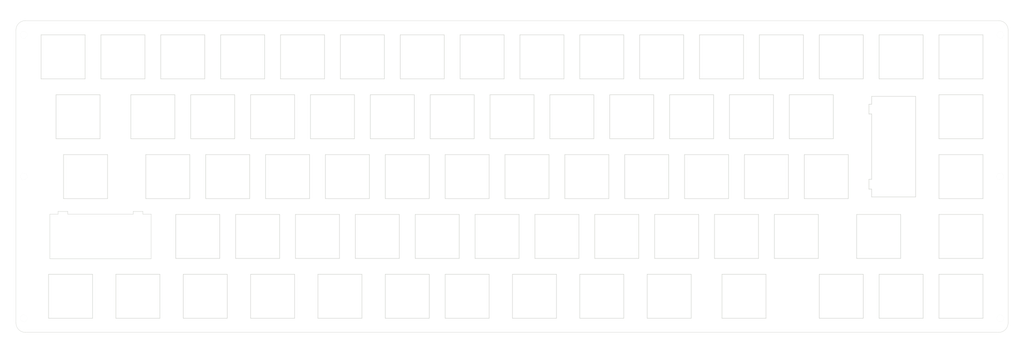
<source format=kicad_pcb>
(kicad_pcb (version 20171130) (host pcbnew "(5.1.5)-3")

  (general
    (thickness 1.6)
    (drawings 44)
    (tracks 0)
    (zones 0)
    (modules 89)
    (nets 1)
  )

  (page A3)
  (layers
    (0 F.Cu signal)
    (31 B.Cu signal)
    (32 B.Adhes user)
    (33 F.Adhes user)
    (34 B.Paste user)
    (35 F.Paste user)
    (36 B.SilkS user)
    (37 F.SilkS user)
    (38 B.Mask user)
    (39 F.Mask user)
    (40 Dwgs.User user)
    (41 Cmts.User user)
    (42 Eco1.User user)
    (43 Eco2.User user)
    (44 Edge.Cuts user)
    (45 Margin user)
    (46 B.CrtYd user)
    (47 F.CrtYd user)
    (48 B.Fab user)
    (49 F.Fab user)
  )

  (setup
    (last_trace_width 0.25)
    (user_trace_width 0.5)
    (user_trace_width 0.5)
    (trace_clearance 0.2)
    (zone_clearance 0.508)
    (zone_45_only no)
    (trace_min 0.2)
    (via_size 0.8)
    (via_drill 0.4)
    (via_min_size 0.4)
    (via_min_drill 0.3)
    (uvia_size 0.3)
    (uvia_drill 0.1)
    (uvias_allowed no)
    (uvia_min_size 0.2)
    (uvia_min_drill 0.1)
    (edge_width 0.1)
    (segment_width 0.2)
    (pcb_text_width 0.3)
    (pcb_text_size 1.5 1.5)
    (mod_edge_width 0.15)
    (mod_text_size 1 1)
    (mod_text_width 0.15)
    (pad_size 2.2 2.2)
    (pad_drill 2.2)
    (pad_to_mask_clearance 0)
    (solder_mask_min_width 0.25)
    (aux_axis_origin 0 0)
    (visible_elements 7FFFFFFF)
    (pcbplotparams
      (layerselection 0x01000_7ffffffe)
      (usegerberextensions true)
      (usegerberattributes false)
      (usegerberadvancedattributes false)
      (creategerberjobfile false)
      (excludeedgelayer true)
      (linewidth 0.100000)
      (plotframeref false)
      (viasonmask false)
      (mode 1)
      (useauxorigin false)
      (hpglpennumber 1)
      (hpglpenspeed 20)
      (hpglpendiameter 15.000000)
      (psnegative false)
      (psa4output false)
      (plotreference true)
      (plotvalue true)
      (plotinvisibletext false)
      (padsonsilk false)
      (subtractmaskfromsilk false)
      (outputformat 4)
      (mirror false)
      (drillshape 0)
      (scaleselection 1)
      (outputdirectory "C:/Users/サリチル酸/Desktop/"))
  )

  (net 0 "")

  (net_class Default "これはデフォルトのネット クラスです。"
    (clearance 0.2)
    (trace_width 0.25)
    (via_dia 0.8)
    (via_drill 0.4)
    (uvia_dia 0.3)
    (uvia_drill 0.1)
  )

  (module kbd:SW_Hole_1.75 (layer F.Cu) (tedit 5FB4AB18) (tstamp 60A296AC)
    (at 288.13125 85.725)
    (path /5C3DCEFA)
    (fp_text reference SW8 (at 7 8.1) (layer F.SilkS) hide
      (effects (font (size 1 1) (thickness 0.15)))
    )
    (fp_text value SW_PUSH (at -7.4 -8.1) (layer F.Fab) hide
      (effects (font (size 1 1) (thickness 0.15)))
    )
    (fp_line (start -7 -7) (end 7 -7) (layer Edge.Cuts) (width 0.15))
    (fp_line (start 7 -7) (end 7 7) (layer Edge.Cuts) (width 0.15))
    (fp_line (start 7 7) (end -7 7) (layer Edge.Cuts) (width 0.15))
    (fp_line (start -7 7) (end -7 -7) (layer Edge.Cuts) (width 0.15))
    (fp_line (start 16.66875 -9.525) (end -16.66875 -9.525) (layer F.Fab) (width 0.15))
    (fp_line (start -16.66875 -9.525) (end -16.66875 9.525) (layer F.Fab) (width 0.15))
    (fp_line (start -16.66875 9.525) (end 16.66875 9.525) (layer F.Fab) (width 0.15))
    (fp_line (start 16.66875 9.525) (end 16.66875 -9.525) (layer F.Fab) (width 0.15))
  )

  (module kbd:SW_Hole_2.25u (layer F.Cu) (tedit 5EB97C11) (tstamp 60A290EB)
    (at 40.48125 85.725 180)
    (fp_text reference SW4 (at 7 8.1) (layer Edge.Cuts) hide
      (effects (font (size 1 1) (thickness 0.15)))
    )
    (fp_text value KEY_SWITCH (at -7.4 -8.1) (layer F.Fab) hide
      (effects (font (size 1 1) (thickness 0.15)))
    )
    (fp_line (start -16.1 -7.1) (end 16.1 -7.1) (layer Edge.Cuts) (width 0.12))
    (fp_line (start -16.1 7.1) (end -16.1 -7.1) (layer Edge.Cuts) (width 0.12))
    (fp_line (start -13.5 7.1) (end -16.1 7.1) (layer Edge.Cuts) (width 0.12))
    (fp_line (start -13.5 7.95) (end -13.5 7.1) (layer Edge.Cuts) (width 0.12))
    (fp_line (start -10.4 7.95) (end -13.5 7.95) (layer Edge.Cuts) (width 0.12))
    (fp_line (start -10.4 7.1) (end -10.4 7.95) (layer Edge.Cuts) (width 0.12))
    (fp_line (start 10.4 7.1) (end -10.4 7.1) (layer Edge.Cuts) (width 0.12))
    (fp_line (start 10.4 7.95) (end 10.4 7.1) (layer Edge.Cuts) (width 0.12))
    (fp_line (start 13.5 7.95) (end 10.4 7.95) (layer Edge.Cuts) (width 0.12))
    (fp_line (start 13.5 7.1) (end 13.5 7.95) (layer Edge.Cuts) (width 0.12))
    (fp_line (start 16.1 7.1) (end 13.5 7.1) (layer Edge.Cuts) (width 0.12))
    (fp_line (start 16.1 -7.1) (end 16.1 7.1) (layer Edge.Cuts) (width 0.12))
    (fp_line (start 21.43125 9.525) (end 21.43125 -9.525) (layer F.Fab) (width 0.15))
    (fp_line (start -21.43125 9.525) (end 21.43125 9.525) (layer F.Fab) (width 0.15))
    (fp_line (start -21.43125 -9.525) (end -21.43125 9.525) (layer F.Fab) (width 0.15))
    (fp_line (start 21.43125 -9.525) (end -21.43125 -9.525) (layer F.Fab) (width 0.15))
  )

  (module kbd:SW_Hole (layer F.Cu) (tedit 5CB3579A) (tstamp 60A299F2)
    (at 200.025 104.775)
    (path /5C3DCEFA)
    (fp_text reference SW8 (at 7 8.1) (layer F.SilkS) hide
      (effects (font (size 1 1) (thickness 0.15)))
    )
    (fp_text value SW_PUSH (at -7.4 -8.1) (layer F.Fab) hide
      (effects (font (size 1 1) (thickness 0.15)))
    )
    (fp_line (start 9.525 9.525) (end 9.525 -9.525) (layer F.Fab) (width 0.15))
    (fp_line (start -9.525 9.525) (end 9.525 9.525) (layer F.Fab) (width 0.15))
    (fp_line (start -9.525 -9.525) (end -9.525 9.525) (layer F.Fab) (width 0.15))
    (fp_line (start 9.525 -9.525) (end -9.525 -9.525) (layer F.Fab) (width 0.15))
    (fp_line (start -7 7) (end -7 -7) (layer Edge.Cuts) (width 0.15))
    (fp_line (start 7 7) (end -7 7) (layer Edge.Cuts) (width 0.15))
    (fp_line (start 7 -7) (end 7 7) (layer Edge.Cuts) (width 0.15))
    (fp_line (start -7 -7) (end 7 -7) (layer Edge.Cuts) (width 0.15))
  )

  (module kbd:SW_Hole_1.25 (layer F.Cu) (tedit 5FB4AAB0) (tstamp 60A299D0)
    (at 221.45625 104.775)
    (path /5C6AB630)
    (fp_text reference SW5 (at 7 8.1) (layer F.SilkS) hide
      (effects (font (size 1 1) (thickness 0.15)))
    )
    (fp_text value SW_PUSH (at -7.4 -8.1) (layer F.Fab) hide
      (effects (font (size 1 1) (thickness 0.15)))
    )
    (fp_line (start 11.90625 9.525) (end 11.90625 -9.525) (layer F.Fab) (width 0.15))
    (fp_line (start -11.90625 9.525) (end 11.90625 9.525) (layer F.Fab) (width 0.15))
    (fp_line (start -11.90625 -9.525) (end -11.90625 9.525) (layer F.Fab) (width 0.15))
    (fp_line (start 11.90625 -9.525) (end -11.90625 -9.525) (layer F.Fab) (width 0.15))
    (fp_line (start -7 7) (end -7 -7) (layer Edge.Cuts) (width 0.15))
    (fp_line (start 7 7) (end -7 7) (layer Edge.Cuts) (width 0.15))
    (fp_line (start 7 -7) (end 7 7) (layer Edge.Cuts) (width 0.15))
    (fp_line (start -7 -7) (end 7 -7) (layer Edge.Cuts) (width 0.15))
  )

  (module kbd:SW_Hole_1.25 (layer F.Cu) (tedit 5FB4AAB0) (tstamp 60A299BA)
    (at 245.26875 104.775)
    (path /5C6AB630)
    (fp_text reference SW5 (at 7 8.1) (layer F.SilkS) hide
      (effects (font (size 1 1) (thickness 0.15)))
    )
    (fp_text value SW_PUSH (at -7.4 -8.1) (layer F.Fab) hide
      (effects (font (size 1 1) (thickness 0.15)))
    )
    (fp_line (start -7 -7) (end 7 -7) (layer Edge.Cuts) (width 0.15))
    (fp_line (start 7 -7) (end 7 7) (layer Edge.Cuts) (width 0.15))
    (fp_line (start 7 7) (end -7 7) (layer Edge.Cuts) (width 0.15))
    (fp_line (start -7 7) (end -7 -7) (layer Edge.Cuts) (width 0.15))
    (fp_line (start 11.90625 -9.525) (end -11.90625 -9.525) (layer F.Fab) (width 0.15))
    (fp_line (start -11.90625 -9.525) (end -11.90625 9.525) (layer F.Fab) (width 0.15))
    (fp_line (start -11.90625 9.525) (end 11.90625 9.525) (layer F.Fab) (width 0.15))
    (fp_line (start 11.90625 9.525) (end 11.90625 -9.525) (layer F.Fab) (width 0.15))
  )

  (module kbd:SW_Hole_1.25 (layer F.Cu) (tedit 5FB4AAB0) (tstamp 60A299A4)
    (at 178.59375 104.775)
    (path /5C6AB630)
    (fp_text reference SW5 (at 7 8.1) (layer F.SilkS) hide
      (effects (font (size 1 1) (thickness 0.15)))
    )
    (fp_text value SW_PUSH (at -7.4 -8.1) (layer F.Fab) hide
      (effects (font (size 1 1) (thickness 0.15)))
    )
    (fp_line (start 11.90625 9.525) (end 11.90625 -9.525) (layer F.Fab) (width 0.15))
    (fp_line (start -11.90625 9.525) (end 11.90625 9.525) (layer F.Fab) (width 0.15))
    (fp_line (start -11.90625 -9.525) (end -11.90625 9.525) (layer F.Fab) (width 0.15))
    (fp_line (start 11.90625 -9.525) (end -11.90625 -9.525) (layer F.Fab) (width 0.15))
    (fp_line (start -7 7) (end -7 -7) (layer Edge.Cuts) (width 0.15))
    (fp_line (start 7 7) (end -7 7) (layer Edge.Cuts) (width 0.15))
    (fp_line (start 7 -7) (end 7 7) (layer Edge.Cuts) (width 0.15))
    (fp_line (start -7 -7) (end 7 -7) (layer Edge.Cuts) (width 0.15))
  )

  (module kbd:SW_Hole (layer F.Cu) (tedit 5CB3579A) (tstamp 60A29976)
    (at 138.1125 104.775)
    (path /5C3DCEFA)
    (fp_text reference SW8 (at 7 8.1) (layer F.SilkS) hide
      (effects (font (size 1 1) (thickness 0.15)))
    )
    (fp_text value SW_PUSH (at -7.4 -8.1) (layer F.Fab) hide
      (effects (font (size 1 1) (thickness 0.15)))
    )
    (fp_line (start -7 -7) (end 7 -7) (layer Edge.Cuts) (width 0.15))
    (fp_line (start 7 -7) (end 7 7) (layer Edge.Cuts) (width 0.15))
    (fp_line (start 7 7) (end -7 7) (layer Edge.Cuts) (width 0.15))
    (fp_line (start -7 7) (end -7 -7) (layer Edge.Cuts) (width 0.15))
    (fp_line (start 9.525 -9.525) (end -9.525 -9.525) (layer F.Fab) (width 0.15))
    (fp_line (start -9.525 -9.525) (end -9.525 9.525) (layer F.Fab) (width 0.15))
    (fp_line (start -9.525 9.525) (end 9.525 9.525) (layer F.Fab) (width 0.15))
    (fp_line (start 9.525 9.525) (end 9.525 -9.525) (layer F.Fab) (width 0.15))
  )

  (module kbd:SW_Hole (layer F.Cu) (tedit 5CB3579A) (tstamp 60A2996B)
    (at 157.1625 104.775)
    (path /5C3DCEFA)
    (fp_text reference SW8 (at 7 8.1) (layer F.SilkS) hide
      (effects (font (size 1 1) (thickness 0.15)))
    )
    (fp_text value SW_PUSH (at -7.4 -8.1) (layer F.Fab) hide
      (effects (font (size 1 1) (thickness 0.15)))
    )
    (fp_line (start 9.525 9.525) (end 9.525 -9.525) (layer F.Fab) (width 0.15))
    (fp_line (start -9.525 9.525) (end 9.525 9.525) (layer F.Fab) (width 0.15))
    (fp_line (start -9.525 -9.525) (end -9.525 9.525) (layer F.Fab) (width 0.15))
    (fp_line (start 9.525 -9.525) (end -9.525 -9.525) (layer F.Fab) (width 0.15))
    (fp_line (start -7 7) (end -7 -7) (layer Edge.Cuts) (width 0.15))
    (fp_line (start 7 7) (end -7 7) (layer Edge.Cuts) (width 0.15))
    (fp_line (start 7 -7) (end 7 7) (layer Edge.Cuts) (width 0.15))
    (fp_line (start -7 -7) (end 7 -7) (layer Edge.Cuts) (width 0.15))
  )

  (module kbd:SW_Hole (layer F.Cu) (tedit 5CB3579A) (tstamp 60A2993F)
    (at 295.275 104.775)
    (path /5C3DCEFA)
    (fp_text reference SW8 (at 7 8.1) (layer F.SilkS) hide
      (effects (font (size 1 1) (thickness 0.15)))
    )
    (fp_text value SW_PUSH (at -7.4 -8.1) (layer F.Fab) hide
      (effects (font (size 1 1) (thickness 0.15)))
    )
    (fp_line (start -7 -7) (end 7 -7) (layer Edge.Cuts) (width 0.15))
    (fp_line (start 7 -7) (end 7 7) (layer Edge.Cuts) (width 0.15))
    (fp_line (start 7 7) (end -7 7) (layer Edge.Cuts) (width 0.15))
    (fp_line (start -7 7) (end -7 -7) (layer Edge.Cuts) (width 0.15))
    (fp_line (start 9.525 -9.525) (end -9.525 -9.525) (layer F.Fab) (width 0.15))
    (fp_line (start -9.525 -9.525) (end -9.525 9.525) (layer F.Fab) (width 0.15))
    (fp_line (start -9.525 9.525) (end 9.525 9.525) (layer F.Fab) (width 0.15))
    (fp_line (start 9.525 9.525) (end 9.525 -9.525) (layer F.Fab) (width 0.15))
  )

  (module kbd:SW_Hole (layer F.Cu) (tedit 5CB3579A) (tstamp 60A29934)
    (at 314.325 104.775)
    (path /5C3DCEFA)
    (fp_text reference SW8 (at 7 8.1) (layer F.SilkS) hide
      (effects (font (size 1 1) (thickness 0.15)))
    )
    (fp_text value SW_PUSH (at -7.4 -8.1) (layer F.Fab) hide
      (effects (font (size 1 1) (thickness 0.15)))
    )
    (fp_line (start -7 -7) (end 7 -7) (layer Edge.Cuts) (width 0.15))
    (fp_line (start 7 -7) (end 7 7) (layer Edge.Cuts) (width 0.15))
    (fp_line (start 7 7) (end -7 7) (layer Edge.Cuts) (width 0.15))
    (fp_line (start -7 7) (end -7 -7) (layer Edge.Cuts) (width 0.15))
    (fp_line (start 9.525 -9.525) (end -9.525 -9.525) (layer F.Fab) (width 0.15))
    (fp_line (start -9.525 -9.525) (end -9.525 9.525) (layer F.Fab) (width 0.15))
    (fp_line (start -9.525 9.525) (end 9.525 9.525) (layer F.Fab) (width 0.15))
    (fp_line (start 9.525 9.525) (end 9.525 -9.525) (layer F.Fab) (width 0.15))
  )

  (module kbd:SW_Hole (layer F.Cu) (tedit 5CB3579A) (tstamp 60A29929)
    (at 276.225 104.775)
    (path /5C3DCEFA)
    (fp_text reference SW8 (at 7 8.1) (layer F.SilkS) hide
      (effects (font (size 1 1) (thickness 0.15)))
    )
    (fp_text value SW_PUSH (at -7.4 -8.1) (layer F.Fab) hide
      (effects (font (size 1 1) (thickness 0.15)))
    )
    (fp_line (start 9.525 9.525) (end 9.525 -9.525) (layer F.Fab) (width 0.15))
    (fp_line (start -9.525 9.525) (end 9.525 9.525) (layer F.Fab) (width 0.15))
    (fp_line (start -9.525 -9.525) (end -9.525 9.525) (layer F.Fab) (width 0.15))
    (fp_line (start 9.525 -9.525) (end -9.525 -9.525) (layer F.Fab) (width 0.15))
    (fp_line (start -7 7) (end -7 -7) (layer Edge.Cuts) (width 0.15))
    (fp_line (start 7 7) (end -7 7) (layer Edge.Cuts) (width 0.15))
    (fp_line (start 7 -7) (end 7 7) (layer Edge.Cuts) (width 0.15))
    (fp_line (start -7 -7) (end 7 -7) (layer Edge.Cuts) (width 0.15))
  )

  (module kbd:SW_Hole (layer F.Cu) (tedit 5CB3579A) (tstamp 60A298E0)
    (at 276.225 28.575)
    (path /5C3DCE96)
    (fp_text reference SW4 (at 7 8.1) (layer F.SilkS) hide
      (effects (font (size 1 1) (thickness 0.15)))
    )
    (fp_text value SW_PUSH (at -7.4 -8.1) (layer F.Fab) hide
      (effects (font (size 1 1) (thickness 0.15)))
    )
    (fp_line (start 9.525 9.525) (end 9.525 -9.525) (layer F.Fab) (width 0.15))
    (fp_line (start -9.525 9.525) (end 9.525 9.525) (layer F.Fab) (width 0.15))
    (fp_line (start -9.525 -9.525) (end -9.525 9.525) (layer F.Fab) (width 0.15))
    (fp_line (start 9.525 -9.525) (end -9.525 -9.525) (layer F.Fab) (width 0.15))
    (fp_line (start -7 7) (end -7 -7) (layer Edge.Cuts) (width 0.15))
    (fp_line (start 7 7) (end -7 7) (layer Edge.Cuts) (width 0.15))
    (fp_line (start 7 -7) (end 7 7) (layer Edge.Cuts) (width 0.15))
    (fp_line (start -7 -7) (end 7 -7) (layer Edge.Cuts) (width 0.15))
  )

  (module kbd:SW_Hole (layer F.Cu) (tedit 5CB3579A) (tstamp 60A298D5)
    (at 295.275 28.575)
    (path /5C3DCE96)
    (fp_text reference SW4 (at 7 8.1) (layer F.SilkS) hide
      (effects (font (size 1 1) (thickness 0.15)))
    )
    (fp_text value SW_PUSH (at -7.4 -8.1) (layer F.Fab) hide
      (effects (font (size 1 1) (thickness 0.15)))
    )
    (fp_line (start -7 -7) (end 7 -7) (layer Edge.Cuts) (width 0.15))
    (fp_line (start 7 -7) (end 7 7) (layer Edge.Cuts) (width 0.15))
    (fp_line (start 7 7) (end -7 7) (layer Edge.Cuts) (width 0.15))
    (fp_line (start -7 7) (end -7 -7) (layer Edge.Cuts) (width 0.15))
    (fp_line (start 9.525 -9.525) (end -9.525 -9.525) (layer F.Fab) (width 0.15))
    (fp_line (start -9.525 -9.525) (end -9.525 9.525) (layer F.Fab) (width 0.15))
    (fp_line (start -9.525 9.525) (end 9.525 9.525) (layer F.Fab) (width 0.15))
    (fp_line (start 9.525 9.525) (end 9.525 -9.525) (layer F.Fab) (width 0.15))
  )

  (module kbd:SW_Hole (layer F.Cu) (tedit 5CB3579A) (tstamp 60A29840)
    (at 314.325 66.675)
    (path /5C3DCE96)
    (fp_text reference SW4 (at 7 8.1) (layer F.SilkS) hide
      (effects (font (size 1 1) (thickness 0.15)))
    )
    (fp_text value SW_PUSH (at -7.4 -8.1) (layer F.Fab) hide
      (effects (font (size 1 1) (thickness 0.15)))
    )
    (fp_line (start 9.525 9.525) (end 9.525 -9.525) (layer F.Fab) (width 0.15))
    (fp_line (start -9.525 9.525) (end 9.525 9.525) (layer F.Fab) (width 0.15))
    (fp_line (start -9.525 -9.525) (end -9.525 9.525) (layer F.Fab) (width 0.15))
    (fp_line (start 9.525 -9.525) (end -9.525 -9.525) (layer F.Fab) (width 0.15))
    (fp_line (start -7 7) (end -7 -7) (layer Edge.Cuts) (width 0.15))
    (fp_line (start 7 7) (end -7 7) (layer Edge.Cuts) (width 0.15))
    (fp_line (start 7 -7) (end 7 7) (layer Edge.Cuts) (width 0.15))
    (fp_line (start -7 -7) (end 7 -7) (layer Edge.Cuts) (width 0.15))
  )

  (module kbd:SW_Hole (layer F.Cu) (tedit 5CB3579A) (tstamp 60A29835)
    (at 314.325 47.625)
    (path /5C3DCEFA)
    (fp_text reference SW8 (at 7 8.1) (layer F.SilkS) hide
      (effects (font (size 1 1) (thickness 0.15)))
    )
    (fp_text value SW_PUSH (at -7.4 -8.1) (layer F.Fab) hide
      (effects (font (size 1 1) (thickness 0.15)))
    )
    (fp_line (start -7 -7) (end 7 -7) (layer Edge.Cuts) (width 0.15))
    (fp_line (start 7 -7) (end 7 7) (layer Edge.Cuts) (width 0.15))
    (fp_line (start 7 7) (end -7 7) (layer Edge.Cuts) (width 0.15))
    (fp_line (start -7 7) (end -7 -7) (layer Edge.Cuts) (width 0.15))
    (fp_line (start 9.525 -9.525) (end -9.525 -9.525) (layer F.Fab) (width 0.15))
    (fp_line (start -9.525 -9.525) (end -9.525 9.525) (layer F.Fab) (width 0.15))
    (fp_line (start -9.525 9.525) (end 9.525 9.525) (layer F.Fab) (width 0.15))
    (fp_line (start 9.525 9.525) (end 9.525 -9.525) (layer F.Fab) (width 0.15))
  )

  (module kbd:SW_Hole (layer F.Cu) (tedit 5CB3579A) (tstamp 60A2982A)
    (at 314.325 28.575)
    (path /5C3DCE96)
    (fp_text reference SW4 (at 7 8.1) (layer F.SilkS) hide
      (effects (font (size 1 1) (thickness 0.15)))
    )
    (fp_text value SW_PUSH (at -7.4 -8.1) (layer F.Fab) hide
      (effects (font (size 1 1) (thickness 0.15)))
    )
    (fp_line (start -7 -7) (end 7 -7) (layer Edge.Cuts) (width 0.15))
    (fp_line (start 7 -7) (end 7 7) (layer Edge.Cuts) (width 0.15))
    (fp_line (start 7 7) (end -7 7) (layer Edge.Cuts) (width 0.15))
    (fp_line (start -7 7) (end -7 -7) (layer Edge.Cuts) (width 0.15))
    (fp_line (start 9.525 -9.525) (end -9.525 -9.525) (layer F.Fab) (width 0.15))
    (fp_line (start -9.525 -9.525) (end -9.525 9.525) (layer F.Fab) (width 0.15))
    (fp_line (start -9.525 9.525) (end 9.525 9.525) (layer F.Fab) (width 0.15))
    (fp_line (start 9.525 9.525) (end 9.525 -9.525) (layer F.Fab) (width 0.15))
  )

  (module kbd:SW_Hole (layer F.Cu) (tedit 5CB3579A) (tstamp 60A2981F)
    (at 314.325 85.725)
    (path /5C3DCEFA)
    (fp_text reference SW8 (at 7 8.1) (layer F.SilkS) hide
      (effects (font (size 1 1) (thickness 0.15)))
    )
    (fp_text value SW_PUSH (at -7.4 -8.1) (layer F.Fab) hide
      (effects (font (size 1 1) (thickness 0.15)))
    )
    (fp_line (start 9.525 9.525) (end 9.525 -9.525) (layer F.Fab) (width 0.15))
    (fp_line (start -9.525 9.525) (end 9.525 9.525) (layer F.Fab) (width 0.15))
    (fp_line (start -9.525 -9.525) (end -9.525 9.525) (layer F.Fab) (width 0.15))
    (fp_line (start 9.525 -9.525) (end -9.525 -9.525) (layer F.Fab) (width 0.15))
    (fp_line (start -7 7) (end -7 -7) (layer Edge.Cuts) (width 0.15))
    (fp_line (start 7 7) (end -7 7) (layer Edge.Cuts) (width 0.15))
    (fp_line (start 7 -7) (end 7 7) (layer Edge.Cuts) (width 0.15))
    (fp_line (start -7 -7) (end 7 -7) (layer Edge.Cuts) (width 0.15))
  )

  (module kbd:SW_Hole_2u (layer F.Cu) (tedit 5CF56752) (tstamp 60A297C8)
    (at 292.89375 57.15 270)
    (fp_text reference SW4 (at 7 8.1 90) (layer Edge.Cuts) hide
      (effects (font (size 1 1) (thickness 0.15)))
    )
    (fp_text value KEY_SWITCH (at -7.4 -8.1 90) (layer F.Fab) hide
      (effects (font (size 1 1) (thickness 0.15)))
    )
    (fp_line (start 19.05 9.525) (end 19.05 -9.525) (layer F.Fab) (width 0.15))
    (fp_line (start -19.05 9.525) (end 19.05 9.525) (layer F.Fab) (width 0.15))
    (fp_line (start -19.05 -9.525) (end -19.05 9.525) (layer F.Fab) (width 0.15))
    (fp_line (start 19.05 -9.525) (end -19.05 -9.525) (layer F.Fab) (width 0.15))
    (fp_line (start -16 7) (end -16 -7) (layer Edge.Cuts) (width 0.15))
    (fp_line (start 10.4 7) (end -10.4 7) (layer Edge.Cuts) (width 0.15))
    (fp_line (start 16 -7) (end 16 7) (layer Edge.Cuts) (width 0.15))
    (fp_line (start -16 -7) (end 16 -7) (layer Edge.Cuts) (width 0.15))
    (fp_line (start 10.4 7.85) (end 13.5 7.85) (layer Edge.Cuts) (width 0.15))
    (fp_line (start 16 7) (end 13.5 7) (layer Edge.Cuts) (width 0.15))
    (fp_line (start 13.5 7) (end 13.5 7.85) (layer Edge.Cuts) (width 0.15))
    (fp_line (start 10.4 7) (end 10.4 7.85) (layer Edge.Cuts) (width 0.15))
    (fp_line (start -13.5 7) (end -13.5 7.85) (layer Edge.Cuts) (width 0.15))
    (fp_line (start -10.4 7) (end -10.4 7.85) (layer Edge.Cuts) (width 0.15))
    (fp_line (start -13.5 7.85) (end -10.4 7.85) (layer Edge.Cuts) (width 0.15))
    (fp_line (start -13.5 7) (end -16 7) (layer Edge.Cuts) (width 0.15))
  )

  (module kbd:SW_Hole (layer F.Cu) (tedit 5CB3579A) (tstamp 60A29725)
    (at 266.7 47.625)
    (path /5C3DCEFA)
    (fp_text reference SW8 (at 7 8.1) (layer F.SilkS) hide
      (effects (font (size 1 1) (thickness 0.15)))
    )
    (fp_text value SW_PUSH (at -7.4 -8.1) (layer F.Fab) hide
      (effects (font (size 1 1) (thickness 0.15)))
    )
    (fp_line (start 9.525 9.525) (end 9.525 -9.525) (layer F.Fab) (width 0.15))
    (fp_line (start -9.525 9.525) (end 9.525 9.525) (layer F.Fab) (width 0.15))
    (fp_line (start -9.525 -9.525) (end -9.525 9.525) (layer F.Fab) (width 0.15))
    (fp_line (start 9.525 -9.525) (end -9.525 -9.525) (layer F.Fab) (width 0.15))
    (fp_line (start -7 7) (end -7 -7) (layer Edge.Cuts) (width 0.15))
    (fp_line (start 7 7) (end -7 7) (layer Edge.Cuts) (width 0.15))
    (fp_line (start 7 -7) (end 7 7) (layer Edge.Cuts) (width 0.15))
    (fp_line (start -7 -7) (end 7 -7) (layer Edge.Cuts) (width 0.15))
  )

  (module kbd:SW_Hole (layer F.Cu) (tedit 5CB3579A) (tstamp 60A2971A)
    (at 252.4125 66.675)
    (path /5C3DCE96)
    (fp_text reference SW4 (at 7 8.1) (layer F.SilkS) hide
      (effects (font (size 1 1) (thickness 0.15)))
    )
    (fp_text value SW_PUSH (at -7.4 -8.1) (layer F.Fab) hide
      (effects (font (size 1 1) (thickness 0.15)))
    )
    (fp_line (start 9.525 9.525) (end 9.525 -9.525) (layer F.Fab) (width 0.15))
    (fp_line (start -9.525 9.525) (end 9.525 9.525) (layer F.Fab) (width 0.15))
    (fp_line (start -9.525 -9.525) (end -9.525 9.525) (layer F.Fab) (width 0.15))
    (fp_line (start 9.525 -9.525) (end -9.525 -9.525) (layer F.Fab) (width 0.15))
    (fp_line (start -7 7) (end -7 -7) (layer Edge.Cuts) (width 0.15))
    (fp_line (start 7 7) (end -7 7) (layer Edge.Cuts) (width 0.15))
    (fp_line (start 7 -7) (end 7 7) (layer Edge.Cuts) (width 0.15))
    (fp_line (start -7 -7) (end 7 -7) (layer Edge.Cuts) (width 0.15))
  )

  (module kbd:SW_Hole (layer F.Cu) (tedit 5CB3579A) (tstamp 60A2970F)
    (at 219.075 28.575)
    (path /5C3DCE96)
    (fp_text reference SW4 (at 7 8.1) (layer F.SilkS) hide
      (effects (font (size 1 1) (thickness 0.15)))
    )
    (fp_text value SW_PUSH (at -7.4 -8.1) (layer F.Fab) hide
      (effects (font (size 1 1) (thickness 0.15)))
    )
    (fp_line (start 9.525 9.525) (end 9.525 -9.525) (layer F.Fab) (width 0.15))
    (fp_line (start -9.525 9.525) (end 9.525 9.525) (layer F.Fab) (width 0.15))
    (fp_line (start -9.525 -9.525) (end -9.525 9.525) (layer F.Fab) (width 0.15))
    (fp_line (start 9.525 -9.525) (end -9.525 -9.525) (layer F.Fab) (width 0.15))
    (fp_line (start -7 7) (end -7 -7) (layer Edge.Cuts) (width 0.15))
    (fp_line (start 7 7) (end -7 7) (layer Edge.Cuts) (width 0.15))
    (fp_line (start 7 -7) (end 7 7) (layer Edge.Cuts) (width 0.15))
    (fp_line (start -7 -7) (end 7 -7) (layer Edge.Cuts) (width 0.15))
  )

  (module kbd:SW_Hole (layer F.Cu) (tedit 5CB3579A) (tstamp 60A29704)
    (at 257.175 28.575)
    (path /5C3DCE96)
    (fp_text reference SW4 (at 7 8.1) (layer F.SilkS) hide
      (effects (font (size 1 1) (thickness 0.15)))
    )
    (fp_text value SW_PUSH (at -7.4 -8.1) (layer F.Fab) hide
      (effects (font (size 1 1) (thickness 0.15)))
    )
    (fp_line (start 9.525 9.525) (end 9.525 -9.525) (layer F.Fab) (width 0.15))
    (fp_line (start -9.525 9.525) (end 9.525 9.525) (layer F.Fab) (width 0.15))
    (fp_line (start -9.525 -9.525) (end -9.525 9.525) (layer F.Fab) (width 0.15))
    (fp_line (start 9.525 -9.525) (end -9.525 -9.525) (layer F.Fab) (width 0.15))
    (fp_line (start -7 7) (end -7 -7) (layer Edge.Cuts) (width 0.15))
    (fp_line (start 7 7) (end -7 7) (layer Edge.Cuts) (width 0.15))
    (fp_line (start 7 -7) (end 7 7) (layer Edge.Cuts) (width 0.15))
    (fp_line (start -7 -7) (end 7 -7) (layer Edge.Cuts) (width 0.15))
  )

  (module kbd:SW_Hole (layer F.Cu) (tedit 5CB3579A) (tstamp 60A296F9)
    (at 247.65 47.625)
    (path /5C3DCEFA)
    (fp_text reference SW8 (at 7 8.1) (layer F.SilkS) hide
      (effects (font (size 1 1) (thickness 0.15)))
    )
    (fp_text value SW_PUSH (at -7.4 -8.1) (layer F.Fab) hide
      (effects (font (size 1 1) (thickness 0.15)))
    )
    (fp_line (start -7 -7) (end 7 -7) (layer Edge.Cuts) (width 0.15))
    (fp_line (start 7 -7) (end 7 7) (layer Edge.Cuts) (width 0.15))
    (fp_line (start 7 7) (end -7 7) (layer Edge.Cuts) (width 0.15))
    (fp_line (start -7 7) (end -7 -7) (layer Edge.Cuts) (width 0.15))
    (fp_line (start 9.525 -9.525) (end -9.525 -9.525) (layer F.Fab) (width 0.15))
    (fp_line (start -9.525 -9.525) (end -9.525 9.525) (layer F.Fab) (width 0.15))
    (fp_line (start -9.525 9.525) (end 9.525 9.525) (layer F.Fab) (width 0.15))
    (fp_line (start 9.525 9.525) (end 9.525 -9.525) (layer F.Fab) (width 0.15))
  )

  (module kbd:SW_Hole (layer F.Cu) (tedit 5CB3579A) (tstamp 60A296EE)
    (at 271.4625 66.675)
    (path /5C3DCE96)
    (fp_text reference SW4 (at 7 8.1) (layer F.SilkS) hide
      (effects (font (size 1 1) (thickness 0.15)))
    )
    (fp_text value SW_PUSH (at -7.4 -8.1) (layer F.Fab) hide
      (effects (font (size 1 1) (thickness 0.15)))
    )
    (fp_line (start -7 -7) (end 7 -7) (layer Edge.Cuts) (width 0.15))
    (fp_line (start 7 -7) (end 7 7) (layer Edge.Cuts) (width 0.15))
    (fp_line (start 7 7) (end -7 7) (layer Edge.Cuts) (width 0.15))
    (fp_line (start -7 7) (end -7 -7) (layer Edge.Cuts) (width 0.15))
    (fp_line (start 9.525 -9.525) (end -9.525 -9.525) (layer F.Fab) (width 0.15))
    (fp_line (start -9.525 -9.525) (end -9.525 9.525) (layer F.Fab) (width 0.15))
    (fp_line (start -9.525 9.525) (end 9.525 9.525) (layer F.Fab) (width 0.15))
    (fp_line (start 9.525 9.525) (end 9.525 -9.525) (layer F.Fab) (width 0.15))
  )

  (module kbd:SW_Hole (layer F.Cu) (tedit 5CB3579A) (tstamp 60A296E3)
    (at 233.3625 66.675)
    (path /5C3DCE96)
    (fp_text reference SW4 (at 7 8.1) (layer F.SilkS) hide
      (effects (font (size 1 1) (thickness 0.15)))
    )
    (fp_text value SW_PUSH (at -7.4 -8.1) (layer F.Fab) hide
      (effects (font (size 1 1) (thickness 0.15)))
    )
    (fp_line (start -7 -7) (end 7 -7) (layer Edge.Cuts) (width 0.15))
    (fp_line (start 7 -7) (end 7 7) (layer Edge.Cuts) (width 0.15))
    (fp_line (start 7 7) (end -7 7) (layer Edge.Cuts) (width 0.15))
    (fp_line (start -7 7) (end -7 -7) (layer Edge.Cuts) (width 0.15))
    (fp_line (start 9.525 -9.525) (end -9.525 -9.525) (layer F.Fab) (width 0.15))
    (fp_line (start -9.525 -9.525) (end -9.525 9.525) (layer F.Fab) (width 0.15))
    (fp_line (start -9.525 9.525) (end 9.525 9.525) (layer F.Fab) (width 0.15))
    (fp_line (start 9.525 9.525) (end 9.525 -9.525) (layer F.Fab) (width 0.15))
  )

  (module kbd:SW_Hole (layer F.Cu) (tedit 5CB3579A) (tstamp 60A296D8)
    (at 228.6 47.625)
    (path /5C3DCEFA)
    (fp_text reference SW8 (at 7 8.1) (layer F.SilkS) hide
      (effects (font (size 1 1) (thickness 0.15)))
    )
    (fp_text value SW_PUSH (at -7.4 -8.1) (layer F.Fab) hide
      (effects (font (size 1 1) (thickness 0.15)))
    )
    (fp_line (start 9.525 9.525) (end 9.525 -9.525) (layer F.Fab) (width 0.15))
    (fp_line (start -9.525 9.525) (end 9.525 9.525) (layer F.Fab) (width 0.15))
    (fp_line (start -9.525 -9.525) (end -9.525 9.525) (layer F.Fab) (width 0.15))
    (fp_line (start 9.525 -9.525) (end -9.525 -9.525) (layer F.Fab) (width 0.15))
    (fp_line (start -7 7) (end -7 -7) (layer Edge.Cuts) (width 0.15))
    (fp_line (start 7 7) (end -7 7) (layer Edge.Cuts) (width 0.15))
    (fp_line (start 7 -7) (end 7 7) (layer Edge.Cuts) (width 0.15))
    (fp_line (start -7 -7) (end 7 -7) (layer Edge.Cuts) (width 0.15))
  )

  (module kbd:SW_Hole (layer F.Cu) (tedit 5CB3579A) (tstamp 60A296CD)
    (at 242.8875 85.725)
    (path /5C3DCEFA)
    (fp_text reference SW8 (at 7 8.1) (layer F.SilkS) hide
      (effects (font (size 1 1) (thickness 0.15)))
    )
    (fp_text value SW_PUSH (at -7.4 -8.1) (layer F.Fab) hide
      (effects (font (size 1 1) (thickness 0.15)))
    )
    (fp_line (start -7 -7) (end 7 -7) (layer Edge.Cuts) (width 0.15))
    (fp_line (start 7 -7) (end 7 7) (layer Edge.Cuts) (width 0.15))
    (fp_line (start 7 7) (end -7 7) (layer Edge.Cuts) (width 0.15))
    (fp_line (start -7 7) (end -7 -7) (layer Edge.Cuts) (width 0.15))
    (fp_line (start 9.525 -9.525) (end -9.525 -9.525) (layer F.Fab) (width 0.15))
    (fp_line (start -9.525 -9.525) (end -9.525 9.525) (layer F.Fab) (width 0.15))
    (fp_line (start -9.525 9.525) (end 9.525 9.525) (layer F.Fab) (width 0.15))
    (fp_line (start 9.525 9.525) (end 9.525 -9.525) (layer F.Fab) (width 0.15))
  )

  (module kbd:SW_Hole (layer F.Cu) (tedit 5CB3579A) (tstamp 60A296C2)
    (at 238.125 28.575)
    (path /5C3DCE96)
    (fp_text reference SW4 (at 7 8.1) (layer F.SilkS) hide
      (effects (font (size 1 1) (thickness 0.15)))
    )
    (fp_text value SW_PUSH (at -7.4 -8.1) (layer F.Fab) hide
      (effects (font (size 1 1) (thickness 0.15)))
    )
    (fp_line (start -7 -7) (end 7 -7) (layer Edge.Cuts) (width 0.15))
    (fp_line (start 7 -7) (end 7 7) (layer Edge.Cuts) (width 0.15))
    (fp_line (start 7 7) (end -7 7) (layer Edge.Cuts) (width 0.15))
    (fp_line (start -7 7) (end -7 -7) (layer Edge.Cuts) (width 0.15))
    (fp_line (start 9.525 -9.525) (end -9.525 -9.525) (layer F.Fab) (width 0.15))
    (fp_line (start -9.525 -9.525) (end -9.525 9.525) (layer F.Fab) (width 0.15))
    (fp_line (start -9.525 9.525) (end 9.525 9.525) (layer F.Fab) (width 0.15))
    (fp_line (start 9.525 9.525) (end 9.525 -9.525) (layer F.Fab) (width 0.15))
  )

  (module kbd:SW_Hole (layer F.Cu) (tedit 5CB3579A) (tstamp 60A296B7)
    (at 261.9375 85.725)
    (path /5C3DCEFA)
    (fp_text reference SW8 (at 7 8.1) (layer F.SilkS) hide
      (effects (font (size 1 1) (thickness 0.15)))
    )
    (fp_text value SW_PUSH (at -7.4 -8.1) (layer F.Fab) hide
      (effects (font (size 1 1) (thickness 0.15)))
    )
    (fp_line (start 9.525 9.525) (end 9.525 -9.525) (layer F.Fab) (width 0.15))
    (fp_line (start -9.525 9.525) (end 9.525 9.525) (layer F.Fab) (width 0.15))
    (fp_line (start -9.525 -9.525) (end -9.525 9.525) (layer F.Fab) (width 0.15))
    (fp_line (start 9.525 -9.525) (end -9.525 -9.525) (layer F.Fab) (width 0.15))
    (fp_line (start -7 7) (end -7 -7) (layer Edge.Cuts) (width 0.15))
    (fp_line (start 7 7) (end -7 7) (layer Edge.Cuts) (width 0.15))
    (fp_line (start 7 -7) (end 7 7) (layer Edge.Cuts) (width 0.15))
    (fp_line (start -7 -7) (end 7 -7) (layer Edge.Cuts) (width 0.15))
  )

  (module kbd:SW_Hole (layer F.Cu) (tedit 5CB3579A) (tstamp 60A2961D)
    (at 190.5 47.625)
    (path /5C3DCEFA)
    (fp_text reference SW8 (at 7 8.1) (layer F.SilkS) hide
      (effects (font (size 1 1) (thickness 0.15)))
    )
    (fp_text value SW_PUSH (at -7.4 -8.1) (layer F.Fab) hide
      (effects (font (size 1 1) (thickness 0.15)))
    )
    (fp_line (start 9.525 9.525) (end 9.525 -9.525) (layer F.Fab) (width 0.15))
    (fp_line (start -9.525 9.525) (end 9.525 9.525) (layer F.Fab) (width 0.15))
    (fp_line (start -9.525 -9.525) (end -9.525 9.525) (layer F.Fab) (width 0.15))
    (fp_line (start 9.525 -9.525) (end -9.525 -9.525) (layer F.Fab) (width 0.15))
    (fp_line (start -7 7) (end -7 -7) (layer Edge.Cuts) (width 0.15))
    (fp_line (start 7 7) (end -7 7) (layer Edge.Cuts) (width 0.15))
    (fp_line (start 7 -7) (end 7 7) (layer Edge.Cuts) (width 0.15))
    (fp_line (start -7 -7) (end 7 -7) (layer Edge.Cuts) (width 0.15))
  )

  (module kbd:SW_Hole (layer F.Cu) (tedit 5CB3579A) (tstamp 60A29612)
    (at 214.3125 66.675)
    (path /5C3DCE96)
    (fp_text reference SW4 (at 7 8.1) (layer F.SilkS) hide
      (effects (font (size 1 1) (thickness 0.15)))
    )
    (fp_text value SW_PUSH (at -7.4 -8.1) (layer F.Fab) hide
      (effects (font (size 1 1) (thickness 0.15)))
    )
    (fp_line (start 9.525 9.525) (end 9.525 -9.525) (layer F.Fab) (width 0.15))
    (fp_line (start -9.525 9.525) (end 9.525 9.525) (layer F.Fab) (width 0.15))
    (fp_line (start -9.525 -9.525) (end -9.525 9.525) (layer F.Fab) (width 0.15))
    (fp_line (start 9.525 -9.525) (end -9.525 -9.525) (layer F.Fab) (width 0.15))
    (fp_line (start -7 7) (end -7 -7) (layer Edge.Cuts) (width 0.15))
    (fp_line (start 7 7) (end -7 7) (layer Edge.Cuts) (width 0.15))
    (fp_line (start 7 -7) (end 7 7) (layer Edge.Cuts) (width 0.15))
    (fp_line (start -7 -7) (end 7 -7) (layer Edge.Cuts) (width 0.15))
  )

  (module kbd:SW_Hole (layer F.Cu) (tedit 5CB3579A) (tstamp 60A29607)
    (at 171.45 47.625)
    (path /5C3DCEFA)
    (fp_text reference SW8 (at 7 8.1) (layer F.SilkS) hide
      (effects (font (size 1 1) (thickness 0.15)))
    )
    (fp_text value SW_PUSH (at -7.4 -8.1) (layer F.Fab) hide
      (effects (font (size 1 1) (thickness 0.15)))
    )
    (fp_line (start -7 -7) (end 7 -7) (layer Edge.Cuts) (width 0.15))
    (fp_line (start 7 -7) (end 7 7) (layer Edge.Cuts) (width 0.15))
    (fp_line (start 7 7) (end -7 7) (layer Edge.Cuts) (width 0.15))
    (fp_line (start -7 7) (end -7 -7) (layer Edge.Cuts) (width 0.15))
    (fp_line (start 9.525 -9.525) (end -9.525 -9.525) (layer F.Fab) (width 0.15))
    (fp_line (start -9.525 -9.525) (end -9.525 9.525) (layer F.Fab) (width 0.15))
    (fp_line (start -9.525 9.525) (end 9.525 9.525) (layer F.Fab) (width 0.15))
    (fp_line (start 9.525 9.525) (end 9.525 -9.525) (layer F.Fab) (width 0.15))
  )

  (module kbd:SW_Hole (layer F.Cu) (tedit 5CB3579A) (tstamp 60A295FC)
    (at 204.7875 85.725)
    (path /5C3DCEFA)
    (fp_text reference SW8 (at 7 8.1) (layer F.SilkS) hide
      (effects (font (size 1 1) (thickness 0.15)))
    )
    (fp_text value SW_PUSH (at -7.4 -8.1) (layer F.Fab) hide
      (effects (font (size 1 1) (thickness 0.15)))
    )
    (fp_line (start -7 -7) (end 7 -7) (layer Edge.Cuts) (width 0.15))
    (fp_line (start 7 -7) (end 7 7) (layer Edge.Cuts) (width 0.15))
    (fp_line (start 7 7) (end -7 7) (layer Edge.Cuts) (width 0.15))
    (fp_line (start -7 7) (end -7 -7) (layer Edge.Cuts) (width 0.15))
    (fp_line (start 9.525 -9.525) (end -9.525 -9.525) (layer F.Fab) (width 0.15))
    (fp_line (start -9.525 -9.525) (end -9.525 9.525) (layer F.Fab) (width 0.15))
    (fp_line (start -9.525 9.525) (end 9.525 9.525) (layer F.Fab) (width 0.15))
    (fp_line (start 9.525 9.525) (end 9.525 -9.525) (layer F.Fab) (width 0.15))
  )

  (module kbd:SW_Hole (layer F.Cu) (tedit 5CB3579A) (tstamp 60A295F1)
    (at 161.925 28.575)
    (path /5C3DCE96)
    (fp_text reference SW4 (at 7 8.1) (layer F.SilkS) hide
      (effects (font (size 1 1) (thickness 0.15)))
    )
    (fp_text value SW_PUSH (at -7.4 -8.1) (layer F.Fab) hide
      (effects (font (size 1 1) (thickness 0.15)))
    )
    (fp_line (start -7 -7) (end 7 -7) (layer Edge.Cuts) (width 0.15))
    (fp_line (start 7 -7) (end 7 7) (layer Edge.Cuts) (width 0.15))
    (fp_line (start 7 7) (end -7 7) (layer Edge.Cuts) (width 0.15))
    (fp_line (start -7 7) (end -7 -7) (layer Edge.Cuts) (width 0.15))
    (fp_line (start 9.525 -9.525) (end -9.525 -9.525) (layer F.Fab) (width 0.15))
    (fp_line (start -9.525 -9.525) (end -9.525 9.525) (layer F.Fab) (width 0.15))
    (fp_line (start -9.525 9.525) (end 9.525 9.525) (layer F.Fab) (width 0.15))
    (fp_line (start 9.525 9.525) (end 9.525 -9.525) (layer F.Fab) (width 0.15))
  )

  (module kbd:SW_Hole (layer F.Cu) (tedit 5CB3579A) (tstamp 60A295E6)
    (at 223.8375 85.725)
    (path /5C3DCEFA)
    (fp_text reference SW8 (at 7 8.1) (layer F.SilkS) hide
      (effects (font (size 1 1) (thickness 0.15)))
    )
    (fp_text value SW_PUSH (at -7.4 -8.1) (layer F.Fab) hide
      (effects (font (size 1 1) (thickness 0.15)))
    )
    (fp_line (start 9.525 9.525) (end 9.525 -9.525) (layer F.Fab) (width 0.15))
    (fp_line (start -9.525 9.525) (end 9.525 9.525) (layer F.Fab) (width 0.15))
    (fp_line (start -9.525 -9.525) (end -9.525 9.525) (layer F.Fab) (width 0.15))
    (fp_line (start 9.525 -9.525) (end -9.525 -9.525) (layer F.Fab) (width 0.15))
    (fp_line (start -7 7) (end -7 -7) (layer Edge.Cuts) (width 0.15))
    (fp_line (start 7 7) (end -7 7) (layer Edge.Cuts) (width 0.15))
    (fp_line (start 7 -7) (end 7 7) (layer Edge.Cuts) (width 0.15))
    (fp_line (start -7 -7) (end 7 -7) (layer Edge.Cuts) (width 0.15))
  )

  (module kbd:SW_Hole (layer F.Cu) (tedit 5CB3579A) (tstamp 60A295DB)
    (at 176.2125 66.675)
    (path /5C3DCE96)
    (fp_text reference SW4 (at 7 8.1) (layer F.SilkS) hide
      (effects (font (size 1 1) (thickness 0.15)))
    )
    (fp_text value SW_PUSH (at -7.4 -8.1) (layer F.Fab) hide
      (effects (font (size 1 1) (thickness 0.15)))
    )
    (fp_line (start 9.525 9.525) (end 9.525 -9.525) (layer F.Fab) (width 0.15))
    (fp_line (start -9.525 9.525) (end 9.525 9.525) (layer F.Fab) (width 0.15))
    (fp_line (start -9.525 -9.525) (end -9.525 9.525) (layer F.Fab) (width 0.15))
    (fp_line (start 9.525 -9.525) (end -9.525 -9.525) (layer F.Fab) (width 0.15))
    (fp_line (start -7 7) (end -7 -7) (layer Edge.Cuts) (width 0.15))
    (fp_line (start 7 7) (end -7 7) (layer Edge.Cuts) (width 0.15))
    (fp_line (start 7 -7) (end 7 7) (layer Edge.Cuts) (width 0.15))
    (fp_line (start -7 -7) (end 7 -7) (layer Edge.Cuts) (width 0.15))
  )

  (module kbd:SW_Hole (layer F.Cu) (tedit 5CB3579A) (tstamp 60A295D0)
    (at 180.975 28.575)
    (path /5C3DCE96)
    (fp_text reference SW4 (at 7 8.1) (layer F.SilkS) hide
      (effects (font (size 1 1) (thickness 0.15)))
    )
    (fp_text value SW_PUSH (at -7.4 -8.1) (layer F.Fab) hide
      (effects (font (size 1 1) (thickness 0.15)))
    )
    (fp_line (start 9.525 9.525) (end 9.525 -9.525) (layer F.Fab) (width 0.15))
    (fp_line (start -9.525 9.525) (end 9.525 9.525) (layer F.Fab) (width 0.15))
    (fp_line (start -9.525 -9.525) (end -9.525 9.525) (layer F.Fab) (width 0.15))
    (fp_line (start 9.525 -9.525) (end -9.525 -9.525) (layer F.Fab) (width 0.15))
    (fp_line (start -7 7) (end -7 -7) (layer Edge.Cuts) (width 0.15))
    (fp_line (start 7 7) (end -7 7) (layer Edge.Cuts) (width 0.15))
    (fp_line (start 7 -7) (end 7 7) (layer Edge.Cuts) (width 0.15))
    (fp_line (start -7 -7) (end 7 -7) (layer Edge.Cuts) (width 0.15))
  )

  (module kbd:SW_Hole (layer F.Cu) (tedit 5CB3579A) (tstamp 60A295C5)
    (at 209.55 47.625)
    (path /5C3DCEFA)
    (fp_text reference SW8 (at 7 8.1) (layer F.SilkS) hide
      (effects (font (size 1 1) (thickness 0.15)))
    )
    (fp_text value SW_PUSH (at -7.4 -8.1) (layer F.Fab) hide
      (effects (font (size 1 1) (thickness 0.15)))
    )
    (fp_line (start -7 -7) (end 7 -7) (layer Edge.Cuts) (width 0.15))
    (fp_line (start 7 -7) (end 7 7) (layer Edge.Cuts) (width 0.15))
    (fp_line (start 7 7) (end -7 7) (layer Edge.Cuts) (width 0.15))
    (fp_line (start -7 7) (end -7 -7) (layer Edge.Cuts) (width 0.15))
    (fp_line (start 9.525 -9.525) (end -9.525 -9.525) (layer F.Fab) (width 0.15))
    (fp_line (start -9.525 -9.525) (end -9.525 9.525) (layer F.Fab) (width 0.15))
    (fp_line (start -9.525 9.525) (end 9.525 9.525) (layer F.Fab) (width 0.15))
    (fp_line (start 9.525 9.525) (end 9.525 -9.525) (layer F.Fab) (width 0.15))
  )

  (module kbd:SW_Hole (layer F.Cu) (tedit 5CB3579A) (tstamp 60A295BA)
    (at 200.025 28.575)
    (path /5C3DCE96)
    (fp_text reference SW4 (at 7 8.1) (layer F.SilkS) hide
      (effects (font (size 1 1) (thickness 0.15)))
    )
    (fp_text value SW_PUSH (at -7.4 -8.1) (layer F.Fab) hide
      (effects (font (size 1 1) (thickness 0.15)))
    )
    (fp_line (start -7 -7) (end 7 -7) (layer Edge.Cuts) (width 0.15))
    (fp_line (start 7 -7) (end 7 7) (layer Edge.Cuts) (width 0.15))
    (fp_line (start 7 7) (end -7 7) (layer Edge.Cuts) (width 0.15))
    (fp_line (start -7 7) (end -7 -7) (layer Edge.Cuts) (width 0.15))
    (fp_line (start 9.525 -9.525) (end -9.525 -9.525) (layer F.Fab) (width 0.15))
    (fp_line (start -9.525 -9.525) (end -9.525 9.525) (layer F.Fab) (width 0.15))
    (fp_line (start -9.525 9.525) (end 9.525 9.525) (layer F.Fab) (width 0.15))
    (fp_line (start 9.525 9.525) (end 9.525 -9.525) (layer F.Fab) (width 0.15))
  )

  (module kbd:SW_Hole (layer F.Cu) (tedit 5CB3579A) (tstamp 60A295AF)
    (at 185.7375 85.725)
    (path /5C3DCEFA)
    (fp_text reference SW8 (at 7 8.1) (layer F.SilkS) hide
      (effects (font (size 1 1) (thickness 0.15)))
    )
    (fp_text value SW_PUSH (at -7.4 -8.1) (layer F.Fab) hide
      (effects (font (size 1 1) (thickness 0.15)))
    )
    (fp_line (start 9.525 9.525) (end 9.525 -9.525) (layer F.Fab) (width 0.15))
    (fp_line (start -9.525 9.525) (end 9.525 9.525) (layer F.Fab) (width 0.15))
    (fp_line (start -9.525 -9.525) (end -9.525 9.525) (layer F.Fab) (width 0.15))
    (fp_line (start 9.525 -9.525) (end -9.525 -9.525) (layer F.Fab) (width 0.15))
    (fp_line (start -7 7) (end -7 -7) (layer Edge.Cuts) (width 0.15))
    (fp_line (start 7 7) (end -7 7) (layer Edge.Cuts) (width 0.15))
    (fp_line (start 7 -7) (end 7 7) (layer Edge.Cuts) (width 0.15))
    (fp_line (start -7 -7) (end 7 -7) (layer Edge.Cuts) (width 0.15))
  )

  (module kbd:SW_Hole (layer F.Cu) (tedit 5CB3579A) (tstamp 60A295A4)
    (at 195.2625 66.675)
    (path /5C3DCE96)
    (fp_text reference SW4 (at 7 8.1) (layer F.SilkS) hide
      (effects (font (size 1 1) (thickness 0.15)))
    )
    (fp_text value SW_PUSH (at -7.4 -8.1) (layer F.Fab) hide
      (effects (font (size 1 1) (thickness 0.15)))
    )
    (fp_line (start -7 -7) (end 7 -7) (layer Edge.Cuts) (width 0.15))
    (fp_line (start 7 -7) (end 7 7) (layer Edge.Cuts) (width 0.15))
    (fp_line (start 7 7) (end -7 7) (layer Edge.Cuts) (width 0.15))
    (fp_line (start -7 7) (end -7 -7) (layer Edge.Cuts) (width 0.15))
    (fp_line (start 9.525 -9.525) (end -9.525 -9.525) (layer F.Fab) (width 0.15))
    (fp_line (start -9.525 -9.525) (end -9.525 9.525) (layer F.Fab) (width 0.15))
    (fp_line (start -9.525 9.525) (end 9.525 9.525) (layer F.Fab) (width 0.15))
    (fp_line (start 9.525 9.525) (end 9.525 -9.525) (layer F.Fab) (width 0.15))
  )

  (module kbd:SW_Hole (layer F.Cu) (tedit 5CB3579A) (tstamp 60A29515)
    (at 142.875 28.575)
    (path /5C3DCE96)
    (fp_text reference SW4 (at 7 8.1) (layer F.SilkS) hide
      (effects (font (size 1 1) (thickness 0.15)))
    )
    (fp_text value SW_PUSH (at -7.4 -8.1) (layer F.Fab) hide
      (effects (font (size 1 1) (thickness 0.15)))
    )
    (fp_line (start 9.525 9.525) (end 9.525 -9.525) (layer F.Fab) (width 0.15))
    (fp_line (start -9.525 9.525) (end 9.525 9.525) (layer F.Fab) (width 0.15))
    (fp_line (start -9.525 -9.525) (end -9.525 9.525) (layer F.Fab) (width 0.15))
    (fp_line (start 9.525 -9.525) (end -9.525 -9.525) (layer F.Fab) (width 0.15))
    (fp_line (start -7 7) (end -7 -7) (layer Edge.Cuts) (width 0.15))
    (fp_line (start 7 7) (end -7 7) (layer Edge.Cuts) (width 0.15))
    (fp_line (start 7 -7) (end 7 7) (layer Edge.Cuts) (width 0.15))
    (fp_line (start -7 -7) (end 7 -7) (layer Edge.Cuts) (width 0.15))
  )

  (module kbd:SW_Hole (layer F.Cu) (tedit 5CB3579A) (tstamp 60A2950A)
    (at 138.1125 66.675)
    (path /5C3DCE96)
    (fp_text reference SW4 (at 7 8.1) (layer F.SilkS) hide
      (effects (font (size 1 1) (thickness 0.15)))
    )
    (fp_text value SW_PUSH (at -7.4 -8.1) (layer F.Fab) hide
      (effects (font (size 1 1) (thickness 0.15)))
    )
    (fp_line (start 9.525 9.525) (end 9.525 -9.525) (layer F.Fab) (width 0.15))
    (fp_line (start -9.525 9.525) (end 9.525 9.525) (layer F.Fab) (width 0.15))
    (fp_line (start -9.525 -9.525) (end -9.525 9.525) (layer F.Fab) (width 0.15))
    (fp_line (start 9.525 -9.525) (end -9.525 -9.525) (layer F.Fab) (width 0.15))
    (fp_line (start -7 7) (end -7 -7) (layer Edge.Cuts) (width 0.15))
    (fp_line (start 7 7) (end -7 7) (layer Edge.Cuts) (width 0.15))
    (fp_line (start 7 -7) (end 7 7) (layer Edge.Cuts) (width 0.15))
    (fp_line (start -7 -7) (end 7 -7) (layer Edge.Cuts) (width 0.15))
  )

  (module kbd:SW_Hole (layer F.Cu) (tedit 5CB3579A) (tstamp 60A294FF)
    (at 128.5875 85.725)
    (path /5C3DCEFA)
    (fp_text reference SW8 (at 7 8.1) (layer F.SilkS) hide
      (effects (font (size 1 1) (thickness 0.15)))
    )
    (fp_text value SW_PUSH (at -7.4 -8.1) (layer F.Fab) hide
      (effects (font (size 1 1) (thickness 0.15)))
    )
    (fp_line (start -7 -7) (end 7 -7) (layer Edge.Cuts) (width 0.15))
    (fp_line (start 7 -7) (end 7 7) (layer Edge.Cuts) (width 0.15))
    (fp_line (start 7 7) (end -7 7) (layer Edge.Cuts) (width 0.15))
    (fp_line (start -7 7) (end -7 -7) (layer Edge.Cuts) (width 0.15))
    (fp_line (start 9.525 -9.525) (end -9.525 -9.525) (layer F.Fab) (width 0.15))
    (fp_line (start -9.525 -9.525) (end -9.525 9.525) (layer F.Fab) (width 0.15))
    (fp_line (start -9.525 9.525) (end 9.525 9.525) (layer F.Fab) (width 0.15))
    (fp_line (start 9.525 9.525) (end 9.525 -9.525) (layer F.Fab) (width 0.15))
  )

  (module kbd:SW_Hole (layer F.Cu) (tedit 5CB3579A) (tstamp 60A294F4)
    (at 123.825 28.575)
    (path /5C3DCE96)
    (fp_text reference SW4 (at 7 8.1) (layer F.SilkS) hide
      (effects (font (size 1 1) (thickness 0.15)))
    )
    (fp_text value SW_PUSH (at -7.4 -8.1) (layer F.Fab) hide
      (effects (font (size 1 1) (thickness 0.15)))
    )
    (fp_line (start -7 -7) (end 7 -7) (layer Edge.Cuts) (width 0.15))
    (fp_line (start 7 -7) (end 7 7) (layer Edge.Cuts) (width 0.15))
    (fp_line (start 7 7) (end -7 7) (layer Edge.Cuts) (width 0.15))
    (fp_line (start -7 7) (end -7 -7) (layer Edge.Cuts) (width 0.15))
    (fp_line (start 9.525 -9.525) (end -9.525 -9.525) (layer F.Fab) (width 0.15))
    (fp_line (start -9.525 -9.525) (end -9.525 9.525) (layer F.Fab) (width 0.15))
    (fp_line (start -9.525 9.525) (end 9.525 9.525) (layer F.Fab) (width 0.15))
    (fp_line (start 9.525 9.525) (end 9.525 -9.525) (layer F.Fab) (width 0.15))
  )

  (module kbd:SW_Hole (layer F.Cu) (tedit 5CB3579A) (tstamp 60A294E9)
    (at 157.1625 66.675)
    (path /5C3DCE96)
    (fp_text reference SW4 (at 7 8.1) (layer F.SilkS) hide
      (effects (font (size 1 1) (thickness 0.15)))
    )
    (fp_text value SW_PUSH (at -7.4 -8.1) (layer F.Fab) hide
      (effects (font (size 1 1) (thickness 0.15)))
    )
    (fp_line (start -7 -7) (end 7 -7) (layer Edge.Cuts) (width 0.15))
    (fp_line (start 7 -7) (end 7 7) (layer Edge.Cuts) (width 0.15))
    (fp_line (start 7 7) (end -7 7) (layer Edge.Cuts) (width 0.15))
    (fp_line (start -7 7) (end -7 -7) (layer Edge.Cuts) (width 0.15))
    (fp_line (start 9.525 -9.525) (end -9.525 -9.525) (layer F.Fab) (width 0.15))
    (fp_line (start -9.525 -9.525) (end -9.525 9.525) (layer F.Fab) (width 0.15))
    (fp_line (start -9.525 9.525) (end 9.525 9.525) (layer F.Fab) (width 0.15))
    (fp_line (start 9.525 9.525) (end 9.525 -9.525) (layer F.Fab) (width 0.15))
  )

  (module kbd:SW_Hole (layer F.Cu) (tedit 5CB3579A) (tstamp 60A294DE)
    (at 152.4 47.625)
    (path /5C3DCEFA)
    (fp_text reference SW8 (at 7 8.1) (layer F.SilkS) hide
      (effects (font (size 1 1) (thickness 0.15)))
    )
    (fp_text value SW_PUSH (at -7.4 -8.1) (layer F.Fab) hide
      (effects (font (size 1 1) (thickness 0.15)))
    )
    (fp_line (start 9.525 9.525) (end 9.525 -9.525) (layer F.Fab) (width 0.15))
    (fp_line (start -9.525 9.525) (end 9.525 9.525) (layer F.Fab) (width 0.15))
    (fp_line (start -9.525 -9.525) (end -9.525 9.525) (layer F.Fab) (width 0.15))
    (fp_line (start 9.525 -9.525) (end -9.525 -9.525) (layer F.Fab) (width 0.15))
    (fp_line (start -7 7) (end -7 -7) (layer Edge.Cuts) (width 0.15))
    (fp_line (start 7 7) (end -7 7) (layer Edge.Cuts) (width 0.15))
    (fp_line (start 7 -7) (end 7 7) (layer Edge.Cuts) (width 0.15))
    (fp_line (start -7 -7) (end 7 -7) (layer Edge.Cuts) (width 0.15))
  )

  (module kbd:SW_Hole (layer F.Cu) (tedit 5CB3579A) (tstamp 60A294D3)
    (at 147.6375 85.725)
    (path /5C3DCEFA)
    (fp_text reference SW8 (at 7 8.1) (layer F.SilkS) hide
      (effects (font (size 1 1) (thickness 0.15)))
    )
    (fp_text value SW_PUSH (at -7.4 -8.1) (layer F.Fab) hide
      (effects (font (size 1 1) (thickness 0.15)))
    )
    (fp_line (start 9.525 9.525) (end 9.525 -9.525) (layer F.Fab) (width 0.15))
    (fp_line (start -9.525 9.525) (end 9.525 9.525) (layer F.Fab) (width 0.15))
    (fp_line (start -9.525 -9.525) (end -9.525 9.525) (layer F.Fab) (width 0.15))
    (fp_line (start 9.525 -9.525) (end -9.525 -9.525) (layer F.Fab) (width 0.15))
    (fp_line (start -7 7) (end -7 -7) (layer Edge.Cuts) (width 0.15))
    (fp_line (start 7 7) (end -7 7) (layer Edge.Cuts) (width 0.15))
    (fp_line (start 7 -7) (end 7 7) (layer Edge.Cuts) (width 0.15))
    (fp_line (start -7 -7) (end 7 -7) (layer Edge.Cuts) (width 0.15))
  )

  (module kbd:SW_Hole (layer F.Cu) (tedit 5CB3579A) (tstamp 60A294C8)
    (at 133.35 47.625)
    (path /5C3DCEFA)
    (fp_text reference SW8 (at 7 8.1) (layer F.SilkS) hide
      (effects (font (size 1 1) (thickness 0.15)))
    )
    (fp_text value SW_PUSH (at -7.4 -8.1) (layer F.Fab) hide
      (effects (font (size 1 1) (thickness 0.15)))
    )
    (fp_line (start -7 -7) (end 7 -7) (layer Edge.Cuts) (width 0.15))
    (fp_line (start 7 -7) (end 7 7) (layer Edge.Cuts) (width 0.15))
    (fp_line (start 7 7) (end -7 7) (layer Edge.Cuts) (width 0.15))
    (fp_line (start -7 7) (end -7 -7) (layer Edge.Cuts) (width 0.15))
    (fp_line (start 9.525 -9.525) (end -9.525 -9.525) (layer F.Fab) (width 0.15))
    (fp_line (start -9.525 -9.525) (end -9.525 9.525) (layer F.Fab) (width 0.15))
    (fp_line (start -9.525 9.525) (end 9.525 9.525) (layer F.Fab) (width 0.15))
    (fp_line (start 9.525 9.525) (end 9.525 -9.525) (layer F.Fab) (width 0.15))
  )

  (module kbd:SW_Hole (layer F.Cu) (tedit 5CB3579A) (tstamp 60A294BD)
    (at 119.0625 66.675)
    (path /5C3DCE96)
    (fp_text reference SW4 (at 7 8.1) (layer F.SilkS) hide
      (effects (font (size 1 1) (thickness 0.15)))
    )
    (fp_text value SW_PUSH (at -7.4 -8.1) (layer F.Fab) hide
      (effects (font (size 1 1) (thickness 0.15)))
    )
    (fp_line (start -7 -7) (end 7 -7) (layer Edge.Cuts) (width 0.15))
    (fp_line (start 7 -7) (end 7 7) (layer Edge.Cuts) (width 0.15))
    (fp_line (start 7 7) (end -7 7) (layer Edge.Cuts) (width 0.15))
    (fp_line (start -7 7) (end -7 -7) (layer Edge.Cuts) (width 0.15))
    (fp_line (start 9.525 -9.525) (end -9.525 -9.525) (layer F.Fab) (width 0.15))
    (fp_line (start -9.525 -9.525) (end -9.525 9.525) (layer F.Fab) (width 0.15))
    (fp_line (start -9.525 9.525) (end 9.525 9.525) (layer F.Fab) (width 0.15))
    (fp_line (start 9.525 9.525) (end 9.525 -9.525) (layer F.Fab) (width 0.15))
  )

  (module kbd:SW_Hole (layer F.Cu) (tedit 5CB3579A) (tstamp 60A294B2)
    (at 166.6875 85.725)
    (path /5C3DCEFA)
    (fp_text reference SW8 (at 7 8.1) (layer F.SilkS) hide
      (effects (font (size 1 1) (thickness 0.15)))
    )
    (fp_text value SW_PUSH (at -7.4 -8.1) (layer F.Fab) hide
      (effects (font (size 1 1) (thickness 0.15)))
    )
    (fp_line (start -7 -7) (end 7 -7) (layer Edge.Cuts) (width 0.15))
    (fp_line (start 7 -7) (end 7 7) (layer Edge.Cuts) (width 0.15))
    (fp_line (start 7 7) (end -7 7) (layer Edge.Cuts) (width 0.15))
    (fp_line (start -7 7) (end -7 -7) (layer Edge.Cuts) (width 0.15))
    (fp_line (start 9.525 -9.525) (end -9.525 -9.525) (layer F.Fab) (width 0.15))
    (fp_line (start -9.525 -9.525) (end -9.525 9.525) (layer F.Fab) (width 0.15))
    (fp_line (start -9.525 9.525) (end 9.525 9.525) (layer F.Fab) (width 0.15))
    (fp_line (start 9.525 9.525) (end 9.525 -9.525) (layer F.Fab) (width 0.15))
  )

  (module kbd:SW_Hole (layer F.Cu) (tedit 5CB3579A) (tstamp 60A294A7)
    (at 104.775 28.575)
    (path /5C3DCE96)
    (fp_text reference SW4 (at 7 8.1) (layer F.SilkS) hide
      (effects (font (size 1 1) (thickness 0.15)))
    )
    (fp_text value SW_PUSH (at -7.4 -8.1) (layer F.Fab) hide
      (effects (font (size 1 1) (thickness 0.15)))
    )
    (fp_line (start 9.525 9.525) (end 9.525 -9.525) (layer F.Fab) (width 0.15))
    (fp_line (start -9.525 9.525) (end 9.525 9.525) (layer F.Fab) (width 0.15))
    (fp_line (start -9.525 -9.525) (end -9.525 9.525) (layer F.Fab) (width 0.15))
    (fp_line (start 9.525 -9.525) (end -9.525 -9.525) (layer F.Fab) (width 0.15))
    (fp_line (start -7 7) (end -7 -7) (layer Edge.Cuts) (width 0.15))
    (fp_line (start 7 7) (end -7 7) (layer Edge.Cuts) (width 0.15))
    (fp_line (start 7 -7) (end 7 7) (layer Edge.Cuts) (width 0.15))
    (fp_line (start -7 -7) (end 7 -7) (layer Edge.Cuts) (width 0.15))
  )

  (module kbd:SW_Hole (layer F.Cu) (tedit 5CB3579A) (tstamp 60A2949C)
    (at 114.3 47.625)
    (path /5C3DCEFA)
    (fp_text reference SW8 (at 7 8.1) (layer F.SilkS) hide
      (effects (font (size 1 1) (thickness 0.15)))
    )
    (fp_text value SW_PUSH (at -7.4 -8.1) (layer F.Fab) hide
      (effects (font (size 1 1) (thickness 0.15)))
    )
    (fp_line (start 9.525 9.525) (end 9.525 -9.525) (layer F.Fab) (width 0.15))
    (fp_line (start -9.525 9.525) (end 9.525 9.525) (layer F.Fab) (width 0.15))
    (fp_line (start -9.525 -9.525) (end -9.525 9.525) (layer F.Fab) (width 0.15))
    (fp_line (start 9.525 -9.525) (end -9.525 -9.525) (layer F.Fab) (width 0.15))
    (fp_line (start -7 7) (end -7 -7) (layer Edge.Cuts) (width 0.15))
    (fp_line (start 7 7) (end -7 7) (layer Edge.Cuts) (width 0.15))
    (fp_line (start 7 -7) (end 7 7) (layer Edge.Cuts) (width 0.15))
    (fp_line (start -7 -7) (end 7 -7) (layer Edge.Cuts) (width 0.15))
  )

  (module kbd:SW_Hole (layer F.Cu) (tedit 5CB3579A) (tstamp 60A293D2)
    (at 95.25 104.775)
    (path /5C3DCEFA)
    (fp_text reference SW8 (at 7 8.1) (layer F.SilkS) hide
      (effects (font (size 1 1) (thickness 0.15)))
    )
    (fp_text value SW_PUSH (at -7.4 -8.1) (layer F.Fab) hide
      (effects (font (size 1 1) (thickness 0.15)))
    )
    (fp_line (start -7 -7) (end 7 -7) (layer Edge.Cuts) (width 0.15))
    (fp_line (start 7 -7) (end 7 7) (layer Edge.Cuts) (width 0.15))
    (fp_line (start 7 7) (end -7 7) (layer Edge.Cuts) (width 0.15))
    (fp_line (start -7 7) (end -7 -7) (layer Edge.Cuts) (width 0.15))
    (fp_line (start 9.525 -9.525) (end -9.525 -9.525) (layer F.Fab) (width 0.15))
    (fp_line (start -9.525 -9.525) (end -9.525 9.525) (layer F.Fab) (width 0.15))
    (fp_line (start -9.525 9.525) (end 9.525 9.525) (layer F.Fab) (width 0.15))
    (fp_line (start 9.525 9.525) (end 9.525 -9.525) (layer F.Fab) (width 0.15))
  )

  (module kbd:SW_Hole (layer F.Cu) (tedit 5CB3579A) (tstamp 60A2938E)
    (at 100.0125 66.675)
    (path /5C3DCE96)
    (fp_text reference SW4 (at 7 8.1) (layer F.SilkS) hide
      (effects (font (size 1 1) (thickness 0.15)))
    )
    (fp_text value SW_PUSH (at -7.4 -8.1) (layer F.Fab) hide
      (effects (font (size 1 1) (thickness 0.15)))
    )
    (fp_line (start 9.525 9.525) (end 9.525 -9.525) (layer F.Fab) (width 0.15))
    (fp_line (start -9.525 9.525) (end 9.525 9.525) (layer F.Fab) (width 0.15))
    (fp_line (start -9.525 -9.525) (end -9.525 9.525) (layer F.Fab) (width 0.15))
    (fp_line (start 9.525 -9.525) (end -9.525 -9.525) (layer F.Fab) (width 0.15))
    (fp_line (start -7 7) (end -7 -7) (layer Edge.Cuts) (width 0.15))
    (fp_line (start 7 7) (end -7 7) (layer Edge.Cuts) (width 0.15))
    (fp_line (start 7 -7) (end 7 7) (layer Edge.Cuts) (width 0.15))
    (fp_line (start -7 -7) (end 7 -7) (layer Edge.Cuts) (width 0.15))
  )

  (module kbd:SW_Hole (layer F.Cu) (tedit 5CB3579A) (tstamp 60A29383)
    (at 85.725 28.575)
    (path /5C3DCE96)
    (fp_text reference SW4 (at 7 8.1) (layer F.SilkS) hide
      (effects (font (size 1 1) (thickness 0.15)))
    )
    (fp_text value SW_PUSH (at -7.4 -8.1) (layer F.Fab) hide
      (effects (font (size 1 1) (thickness 0.15)))
    )
    (fp_line (start -7 -7) (end 7 -7) (layer Edge.Cuts) (width 0.15))
    (fp_line (start 7 -7) (end 7 7) (layer Edge.Cuts) (width 0.15))
    (fp_line (start 7 7) (end -7 7) (layer Edge.Cuts) (width 0.15))
    (fp_line (start -7 7) (end -7 -7) (layer Edge.Cuts) (width 0.15))
    (fp_line (start 9.525 -9.525) (end -9.525 -9.525) (layer F.Fab) (width 0.15))
    (fp_line (start -9.525 -9.525) (end -9.525 9.525) (layer F.Fab) (width 0.15))
    (fp_line (start -9.525 9.525) (end 9.525 9.525) (layer F.Fab) (width 0.15))
    (fp_line (start 9.525 9.525) (end 9.525 -9.525) (layer F.Fab) (width 0.15))
  )

  (module kbd:SW_Hole (layer F.Cu) (tedit 5CB3579A) (tstamp 60A29378)
    (at 109.5375 85.725)
    (path /5C3DCEFA)
    (fp_text reference SW8 (at 7 8.1) (layer F.SilkS) hide
      (effects (font (size 1 1) (thickness 0.15)))
    )
    (fp_text value SW_PUSH (at -7.4 -8.1) (layer F.Fab) hide
      (effects (font (size 1 1) (thickness 0.15)))
    )
    (fp_line (start 9.525 9.525) (end 9.525 -9.525) (layer F.Fab) (width 0.15))
    (fp_line (start -9.525 9.525) (end 9.525 9.525) (layer F.Fab) (width 0.15))
    (fp_line (start -9.525 -9.525) (end -9.525 9.525) (layer F.Fab) (width 0.15))
    (fp_line (start 9.525 -9.525) (end -9.525 -9.525) (layer F.Fab) (width 0.15))
    (fp_line (start -7 7) (end -7 -7) (layer Edge.Cuts) (width 0.15))
    (fp_line (start 7 7) (end -7 7) (layer Edge.Cuts) (width 0.15))
    (fp_line (start 7 -7) (end 7 7) (layer Edge.Cuts) (width 0.15))
    (fp_line (start -7 -7) (end 7 -7) (layer Edge.Cuts) (width 0.15))
  )

  (module kbd:SW_Hole (layer F.Cu) (tedit 5CB3579A) (tstamp 60A2936D)
    (at 95.25 47.625)
    (path /5C3DCEFA)
    (fp_text reference SW8 (at 7 8.1) (layer F.SilkS) hide
      (effects (font (size 1 1) (thickness 0.15)))
    )
    (fp_text value SW_PUSH (at -7.4 -8.1) (layer F.Fab) hide
      (effects (font (size 1 1) (thickness 0.15)))
    )
    (fp_line (start -7 -7) (end 7 -7) (layer Edge.Cuts) (width 0.15))
    (fp_line (start 7 -7) (end 7 7) (layer Edge.Cuts) (width 0.15))
    (fp_line (start 7 7) (end -7 7) (layer Edge.Cuts) (width 0.15))
    (fp_line (start -7 7) (end -7 -7) (layer Edge.Cuts) (width 0.15))
    (fp_line (start 9.525 -9.525) (end -9.525 -9.525) (layer F.Fab) (width 0.15))
    (fp_line (start -9.525 -9.525) (end -9.525 9.525) (layer F.Fab) (width 0.15))
    (fp_line (start -9.525 9.525) (end 9.525 9.525) (layer F.Fab) (width 0.15))
    (fp_line (start 9.525 9.525) (end 9.525 -9.525) (layer F.Fab) (width 0.15))
  )

  (module kbd:SW_Hole (layer F.Cu) (tedit 5CB3579A) (tstamp 60A29336)
    (at 90.4875 85.725)
    (path /5C3DCEFA)
    (fp_text reference SW8 (at 7 8.1) (layer F.SilkS) hide
      (effects (font (size 1 1) (thickness 0.15)))
    )
    (fp_text value SW_PUSH (at -7.4 -8.1) (layer F.Fab) hide
      (effects (font (size 1 1) (thickness 0.15)))
    )
    (fp_line (start -7 -7) (end 7 -7) (layer Edge.Cuts) (width 0.15))
    (fp_line (start 7 -7) (end 7 7) (layer Edge.Cuts) (width 0.15))
    (fp_line (start 7 7) (end -7 7) (layer Edge.Cuts) (width 0.15))
    (fp_line (start -7 7) (end -7 -7) (layer Edge.Cuts) (width 0.15))
    (fp_line (start 9.525 -9.525) (end -9.525 -9.525) (layer F.Fab) (width 0.15))
    (fp_line (start -9.525 -9.525) (end -9.525 9.525) (layer F.Fab) (width 0.15))
    (fp_line (start -9.525 9.525) (end 9.525 9.525) (layer F.Fab) (width 0.15))
    (fp_line (start 9.525 9.525) (end 9.525 -9.525) (layer F.Fab) (width 0.15))
  )

  (module kbd:SW_Hole (layer F.Cu) (tedit 5CB3579A) (tstamp 60A2932B)
    (at 80.9625 66.675)
    (path /5C3DCE96)
    (fp_text reference SW4 (at 7 8.1) (layer F.SilkS) hide
      (effects (font (size 1 1) (thickness 0.15)))
    )
    (fp_text value SW_PUSH (at -7.4 -8.1) (layer F.Fab) hide
      (effects (font (size 1 1) (thickness 0.15)))
    )
    (fp_line (start -7 -7) (end 7 -7) (layer Edge.Cuts) (width 0.15))
    (fp_line (start 7 -7) (end 7 7) (layer Edge.Cuts) (width 0.15))
    (fp_line (start 7 7) (end -7 7) (layer Edge.Cuts) (width 0.15))
    (fp_line (start -7 7) (end -7 -7) (layer Edge.Cuts) (width 0.15))
    (fp_line (start 9.525 -9.525) (end -9.525 -9.525) (layer F.Fab) (width 0.15))
    (fp_line (start -9.525 -9.525) (end -9.525 9.525) (layer F.Fab) (width 0.15))
    (fp_line (start -9.525 9.525) (end 9.525 9.525) (layer F.Fab) (width 0.15))
    (fp_line (start 9.525 9.525) (end 9.525 -9.525) (layer F.Fab) (width 0.15))
  )

  (module kbd:SW_Hole (layer F.Cu) (tedit 5CB3579A) (tstamp 60A29320)
    (at 66.675 28.575)
    (path /5C3DCE96)
    (fp_text reference SW4 (at 7 8.1) (layer F.SilkS) hide
      (effects (font (size 1 1) (thickness 0.15)))
    )
    (fp_text value SW_PUSH (at -7.4 -8.1) (layer F.Fab) hide
      (effects (font (size 1 1) (thickness 0.15)))
    )
    (fp_line (start 9.525 9.525) (end 9.525 -9.525) (layer F.Fab) (width 0.15))
    (fp_line (start -9.525 9.525) (end 9.525 9.525) (layer F.Fab) (width 0.15))
    (fp_line (start -9.525 -9.525) (end -9.525 9.525) (layer F.Fab) (width 0.15))
    (fp_line (start 9.525 -9.525) (end -9.525 -9.525) (layer F.Fab) (width 0.15))
    (fp_line (start -7 7) (end -7 -7) (layer Edge.Cuts) (width 0.15))
    (fp_line (start 7 7) (end -7 7) (layer Edge.Cuts) (width 0.15))
    (fp_line (start 7 -7) (end 7 7) (layer Edge.Cuts) (width 0.15))
    (fp_line (start -7 -7) (end 7 -7) (layer Edge.Cuts) (width 0.15))
  )

  (module kbd:SW_Hole (layer F.Cu) (tedit 5CB3579A) (tstamp 60A29315)
    (at 76.2 47.625)
    (path /5C3DCEFA)
    (fp_text reference SW8 (at 7 8.1) (layer F.SilkS) hide
      (effects (font (size 1 1) (thickness 0.15)))
    )
    (fp_text value SW_PUSH (at -7.4 -8.1) (layer F.Fab) hide
      (effects (font (size 1 1) (thickness 0.15)))
    )
    (fp_line (start 9.525 9.525) (end 9.525 -9.525) (layer F.Fab) (width 0.15))
    (fp_line (start -9.525 9.525) (end 9.525 9.525) (layer F.Fab) (width 0.15))
    (fp_line (start -9.525 -9.525) (end -9.525 9.525) (layer F.Fab) (width 0.15))
    (fp_line (start 9.525 -9.525) (end -9.525 -9.525) (layer F.Fab) (width 0.15))
    (fp_line (start -7 7) (end -7 -7) (layer Edge.Cuts) (width 0.15))
    (fp_line (start 7 7) (end -7 7) (layer Edge.Cuts) (width 0.15))
    (fp_line (start 7 -7) (end 7 7) (layer Edge.Cuts) (width 0.15))
    (fp_line (start -7 -7) (end 7 -7) (layer Edge.Cuts) (width 0.15))
  )

  (module kbd:SW_Hole (layer F.Cu) (tedit 5CB3579A) (tstamp 60A292AB)
    (at 61.9125 66.675)
    (path /5C3DCE96)
    (fp_text reference SW4 (at 7 8.1) (layer F.SilkS) hide
      (effects (font (size 1 1) (thickness 0.15)))
    )
    (fp_text value SW_PUSH (at -7.4 -8.1) (layer F.Fab) hide
      (effects (font (size 1 1) (thickness 0.15)))
    )
    (fp_line (start 9.525 9.525) (end 9.525 -9.525) (layer F.Fab) (width 0.15))
    (fp_line (start -9.525 9.525) (end 9.525 9.525) (layer F.Fab) (width 0.15))
    (fp_line (start -9.525 -9.525) (end -9.525 9.525) (layer F.Fab) (width 0.15))
    (fp_line (start 9.525 -9.525) (end -9.525 -9.525) (layer F.Fab) (width 0.15))
    (fp_line (start -7 7) (end -7 -7) (layer Edge.Cuts) (width 0.15))
    (fp_line (start 7 7) (end -7 7) (layer Edge.Cuts) (width 0.15))
    (fp_line (start 7 -7) (end 7 7) (layer Edge.Cuts) (width 0.15))
    (fp_line (start -7 -7) (end 7 -7) (layer Edge.Cuts) (width 0.15))
  )

  (module kbd:SW_Hole (layer F.Cu) (tedit 5CB3579A) (tstamp 60A292A0)
    (at 71.4375 85.725)
    (path /5C3DCEFA)
    (fp_text reference SW8 (at 7 8.1) (layer F.SilkS) hide
      (effects (font (size 1 1) (thickness 0.15)))
    )
    (fp_text value SW_PUSH (at -7.4 -8.1) (layer F.Fab) hide
      (effects (font (size 1 1) (thickness 0.15)))
    )
    (fp_line (start 9.525 9.525) (end 9.525 -9.525) (layer F.Fab) (width 0.15))
    (fp_line (start -9.525 9.525) (end 9.525 9.525) (layer F.Fab) (width 0.15))
    (fp_line (start -9.525 -9.525) (end -9.525 9.525) (layer F.Fab) (width 0.15))
    (fp_line (start 9.525 -9.525) (end -9.525 -9.525) (layer F.Fab) (width 0.15))
    (fp_line (start -7 7) (end -7 -7) (layer Edge.Cuts) (width 0.15))
    (fp_line (start 7 7) (end -7 7) (layer Edge.Cuts) (width 0.15))
    (fp_line (start 7 -7) (end 7 7) (layer Edge.Cuts) (width 0.15))
    (fp_line (start -7 -7) (end 7 -7) (layer Edge.Cuts) (width 0.15))
  )

  (module kbd:SW_Hole_1.25 (layer F.Cu) (tedit 5FB4AAB0) (tstamp 60524BCB)
    (at 30.95625 104.775)
    (path /5CAAE83E)
    (fp_text reference SW7 (at 7 8.1) (layer F.SilkS) hide
      (effects (font (size 1 1) (thickness 0.15)))
    )
    (fp_text value SW_PUSH (at -7.4 -8.1) (layer F.Fab) hide
      (effects (font (size 1 1) (thickness 0.15)))
    )
    (fp_line (start -7 -7) (end 7 -7) (layer Edge.Cuts) (width 0.15))
    (fp_line (start 7 -7) (end 7 7) (layer Edge.Cuts) (width 0.15))
    (fp_line (start 7 7) (end -7 7) (layer Edge.Cuts) (width 0.15))
    (fp_line (start -7 7) (end -7 -7) (layer Edge.Cuts) (width 0.15))
    (fp_line (start 11.90625 -9.525) (end -11.90625 -9.525) (layer F.Fab) (width 0.15))
    (fp_line (start -11.90625 -9.525) (end -11.90625 9.525) (layer F.Fab) (width 0.15))
    (fp_line (start -11.90625 9.525) (end 11.90625 9.525) (layer F.Fab) (width 0.15))
    (fp_line (start 11.90625 9.525) (end 11.90625 -9.525) (layer F.Fab) (width 0.15))
  )

  (module kbd:SW_Hole_1.5 (layer F.Cu) (tedit 5FB4AAED) (tstamp 60A28FB7)
    (at 33.3375 47.625)
    (fp_text reference SW2 (at 7 8.1) (layer F.SilkS) hide
      (effects (font (size 1 1) (thickness 0.15)))
    )
    (fp_text value KEY_SWITCH (at -7.4 -8.1) (layer F.Fab) hide
      (effects (font (size 1 1) (thickness 0.15)))
    )
    (fp_line (start -7 -7) (end 7 -7) (layer Edge.Cuts) (width 0.15))
    (fp_line (start 7 -7) (end 7 7) (layer Edge.Cuts) (width 0.15))
    (fp_line (start 7 7) (end -7 7) (layer Edge.Cuts) (width 0.15))
    (fp_line (start -7 7) (end -7 -7) (layer Edge.Cuts) (width 0.15))
    (fp_line (start 14.2875 -9.525) (end -14.2875 -9.525) (layer F.Fab) (width 0.15))
    (fp_line (start -14.2875 -9.525) (end -14.2875 9.525) (layer F.Fab) (width 0.15))
    (fp_line (start -14.2875 9.525) (end 14.2875 9.525) (layer F.Fab) (width 0.15))
    (fp_line (start 14.2875 9.525) (end 14.2875 -9.525) (layer F.Fab) (width 0.15))
  )

  (module kbd:HOLE_m2_Outline_Fab (layer F.Cu) (tedit 60A154F6) (tstamp 60A2FDC4)
    (at 331.825 120.25)
    (descr "Mounting Hole 2.2mm, no annular, M2")
    (tags "mounting hole 2.2mm no annular m2")
    (path /629E70FB)
    (attr virtual)
    (fp_text reference J17 (at 0 -3.2) (layer F.Fab) hide
      (effects (font (size 1 1) (thickness 0.15)))
    )
    (fp_text value Conn_01x01 (at 0 3.2) (layer F.Fab) hide
      (effects (font (size 1 1) (thickness 0.15)))
    )
    (fp_circle (center 0 0) (end 1.1 0) (layer F.Fab) (width 0.01))
    (fp_text user %R (at 0.3 0) (layer F.Fab) hide
      (effects (font (size 1 1) (thickness 0.15)))
    )
  )

  (module kbd:HOLE_m2_Outline_Fab (layer F.Cu) (tedit 60A154F6) (tstamp 60A2FDBE)
    (at 331.825 66.65)
    (descr "Mounting Hole 2.2mm, no annular, M2")
    (tags "mounting hole 2.2mm no annular m2")
    (path /629E70E7)
    (attr virtual)
    (fp_text reference J16 (at 0 -3.2) (layer F.Fab) hide
      (effects (font (size 1 1) (thickness 0.15)))
    )
    (fp_text value Conn_01x01 (at 0 3.2) (layer F.Fab) hide
      (effects (font (size 1 1) (thickness 0.15)))
    )
    (fp_circle (center 0 0) (end 1.1 0) (layer F.Fab) (width 0.01))
    (fp_text user %R (at 0.3 0) (layer F.Fab) hide
      (effects (font (size 1 1) (thickness 0.15)))
    )
  )

  (module kbd:HOLE_m2_Outline_Fab (layer F.Cu) (tedit 60A154F6) (tstamp 60A2FDB8)
    (at 331.825 13.05)
    (descr "Mounting Hole 2.2mm, no annular, M2")
    (tags "mounting hole 2.2mm no annular m2")
    (path /5CC9EE7D)
    (attr virtual)
    (fp_text reference J15 (at 0 -3.2) (layer F.Fab) hide
      (effects (font (size 1 1) (thickness 0.15)))
    )
    (fp_text value Conn_01x01 (at 0 3.2) (layer F.Fab) hide
      (effects (font (size 1 1) (thickness 0.15)))
    )
    (fp_circle (center 0 0) (end 1.1 0) (layer F.Fab) (width 0.01))
    (fp_text user %R (at 0.3 0) (layer F.Fab) hide
      (effects (font (size 1 1) (thickness 0.15)))
    )
  )

  (module kbd:HOLE_m2_Outline_Fab (layer F.Cu) (tedit 60A154F6) (tstamp 60A2FDB2)
    (at 234.325 120.25)
    (descr "Mounting Hole 2.2mm, no annular, M2")
    (tags "mounting hole 2.2mm no annular m2")
    (path /5CC48CD6)
    (attr virtual)
    (fp_text reference J14 (at 0 -3.2) (layer F.Fab) hide
      (effects (font (size 1 1) (thickness 0.15)))
    )
    (fp_text value Conn_01x01 (at 0 3.2) (layer F.Fab) hide
      (effects (font (size 1 1) (thickness 0.15)))
    )
    (fp_circle (center 0 0) (end 1.1 0) (layer F.Fab) (width 0.01))
    (fp_text user %R (at 0.3 0) (layer F.Fab) hide
      (effects (font (size 1 1) (thickness 0.15)))
    )
  )

  (module kbd:HOLE_m2_Outline_Fab (layer F.Cu) (tedit 60A154F6) (tstamp 60A2FDAC)
    (at 108.575 120.25)
    (descr "Mounting Hole 2.2mm, no annular, M2")
    (tags "mounting hole 2.2mm no annular m2")
    (path /629102FD)
    (attr virtual)
    (fp_text reference J13 (at 0 -3.2) (layer F.Fab) hide
      (effects (font (size 1 1) (thickness 0.15)))
    )
    (fp_text value Conn_01x01 (at 0 3.2) (layer F.Fab) hide
      (effects (font (size 1 1) (thickness 0.15)))
    )
    (fp_text user %R (at 0.3 0) (layer F.Fab) hide
      (effects (font (size 1 1) (thickness 0.15)))
    )
    (fp_circle (center 0 0) (end 1.1 0) (layer F.Fab) (width 0.01))
  )

  (module kbd:HOLE_m2_Outline_Fab (layer F.Cu) (tedit 60A154F6) (tstamp 60A2FDA6)
    (at 234.325 13.05)
    (descr "Mounting Hole 2.2mm, no annular, M2")
    (tags "mounting hole 2.2mm no annular m2")
    (path /629102E9)
    (attr virtual)
    (fp_text reference J12 (at 0 -3.2) (layer F.Fab) hide
      (effects (font (size 1 1) (thickness 0.15)))
    )
    (fp_text value Conn_01x01 (at 0 3.2) (layer F.Fab) hide
      (effects (font (size 1 1) (thickness 0.15)))
    )
    (fp_circle (center 0 0) (end 1.1 0) (layer F.Fab) (width 0.01))
    (fp_text user %R (at 0.3 0) (layer F.Fab) hide
      (effects (font (size 1 1) (thickness 0.15)))
    )
  )

  (module kbd:HOLE_m2_Outline_Fab (layer F.Cu) (tedit 60A154F6) (tstamp 60A2FDA0)
    (at 108.575 13.05)
    (descr "Mounting Hole 2.2mm, no annular, M2")
    (tags "mounting hole 2.2mm no annular m2")
    (path /64540392)
    (attr virtual)
    (fp_text reference J11 (at 0 -3.2) (layer F.Fab) hide
      (effects (font (size 1 1) (thickness 0.15)))
    )
    (fp_text value Conn_01x01 (at 0 3.2) (layer F.Fab) hide
      (effects (font (size 1 1) (thickness 0.15)))
    )
    (fp_circle (center 0 0) (end 1.1 0) (layer F.Fab) (width 0.01))
    (fp_text user %R (at 0.3 0) (layer F.Fab) hide
      (effects (font (size 1 1) (thickness 0.15)))
    )
  )

  (module kbd:HOLE_m2_Outline_Fab (layer F.Cu) (tedit 60A154F6) (tstamp 60A2FD9A)
    (at 11.075 120.25)
    (descr "Mounting Hole 2.2mm, no annular, M2")
    (tags "mounting hole 2.2mm no annular m2")
    (path /6454037E)
    (attr virtual)
    (fp_text reference J10 (at 0 -3.2) (layer F.Fab) hide
      (effects (font (size 1 1) (thickness 0.15)))
    )
    (fp_text value Conn_01x01 (at 0 3.2) (layer F.Fab) hide
      (effects (font (size 1 1) (thickness 0.15)))
    )
    (fp_circle (center 0 0) (end 1.1 0) (layer F.Fab) (width 0.01))
    (fp_text user %R (at 0.3 0) (layer F.Fab) hide
      (effects (font (size 1 1) (thickness 0.15)))
    )
  )

  (module kbd:HOLE_m2_Outline_Fab (layer F.Cu) (tedit 60A154F6) (tstamp 60A2FD94)
    (at 11.075 66.65)
    (descr "Mounting Hole 2.2mm, no annular, M2")
    (tags "mounting hole 2.2mm no annular m2")
    (path /629E7105)
    (attr virtual)
    (fp_text reference J9 (at 0 -3.2) (layer F.Fab) hide
      (effects (font (size 1 1) (thickness 0.15)))
    )
    (fp_text value Conn_01x01 (at 0 3.2) (layer F.Fab) hide
      (effects (font (size 1 1) (thickness 0.15)))
    )
    (fp_circle (center 0 0) (end 1.1 0) (layer F.Fab) (width 0.01))
    (fp_text user %R (at 0.3 0) (layer F.Fab) hide
      (effects (font (size 1 1) (thickness 0.15)))
    )
  )

  (module kbd:HOLE_m2_Outline_Fab (layer F.Cu) (tedit 60A154F6) (tstamp 60A2FD8E)
    (at 11.075 13.05)
    (descr "Mounting Hole 2.2mm, no annular, M2")
    (tags "mounting hole 2.2mm no annular m2")
    (path /629E70F1)
    (attr virtual)
    (fp_text reference J8 (at 0 -3.2) (layer F.Fab) hide
      (effects (font (size 1 1) (thickness 0.15)))
    )
    (fp_text value Conn_01x01 (at 0 3.2) (layer F.Fab) hide
      (effects (font (size 1 1) (thickness 0.15)))
    )
    (fp_circle (center 0 0) (end 1.1 0) (layer F.Fab) (width 0.01))
    (fp_text user %R (at 0.3 0) (layer F.Fab) hide
      (effects (font (size 1 1) (thickness 0.15)))
    )
  )

  (module kbd:HOLE_m2_Outline (layer F.Cu) (tedit 5DA73E67) (tstamp 60A2FD88)
    (at 326.825 111.75)
    (descr "Mounting Hole 2.2mm, no annular, M2")
    (tags "mounting hole 2.2mm no annular m2")
    (path /5CC9EE92)
    (attr virtual)
    (fp_text reference J7 (at 0 -3.2) (layer F.Fab) hide
      (effects (font (size 1 1) (thickness 0.15)))
    )
    (fp_text value Conn_01x01 (at 0 3.2) (layer F.Fab) hide
      (effects (font (size 1 1) (thickness 0.15)))
    )
    (fp_circle (center 0 0) (end 1.1 0) (layer Edge.Cuts) (width 0.01))
    (fp_text user %R (at 0.3 0) (layer F.Fab) hide
      (effects (font (size 1 1) (thickness 0.15)))
    )
  )

  (module kbd:HOLE_m2_Outline (layer F.Cu) (tedit 5DA73E67) (tstamp 60A2FD82)
    (at 326.825 66.65)
    (descr "Mounting Hole 2.2mm, no annular, M2")
    (tags "mounting hole 2.2mm no annular m2")
    (path /5CC48CEB)
    (attr virtual)
    (fp_text reference J6 (at 0 -3.2) (layer F.Fab) hide
      (effects (font (size 1 1) (thickness 0.15)))
    )
    (fp_text value Conn_01x01 (at 0 3.2) (layer F.Fab) hide
      (effects (font (size 1 1) (thickness 0.15)))
    )
    (fp_circle (center 0 0) (end 1.1 0) (layer Edge.Cuts) (width 0.01))
    (fp_text user %R (at 0.3 0) (layer F.Fab) hide
      (effects (font (size 1 1) (thickness 0.15)))
    )
  )

  (module kbd:HOLE_m2_Outline (layer F.Cu) (tedit 5DA73E67) (tstamp 60A2FD7C)
    (at 326.825 21.55)
    (descr "Mounting Hole 2.2mm, no annular, M2")
    (tags "mounting hole 2.2mm no annular m2")
    (path /6291030E)
    (attr virtual)
    (fp_text reference J5 (at 0 -3.2) (layer F.Fab) hide
      (effects (font (size 1 1) (thickness 0.15)))
    )
    (fp_text value Conn_01x01 (at 0 3.2) (layer F.Fab) hide
      (effects (font (size 1 1) (thickness 0.15)))
    )
    (fp_circle (center 0 0) (end 1.1 0) (layer Edge.Cuts) (width 0.01))
    (fp_text user %R (at 0.3 0) (layer F.Fab) hide
      (effects (font (size 1 1) (thickness 0.15)))
    )
  )

  (module kbd:HOLE_m2_Outline (layer F.Cu) (tedit 5DA73E67) (tstamp 60A2FD76)
    (at 16.075 111.75)
    (descr "Mounting Hole 2.2mm, no annular, M2")
    (tags "mounting hole 2.2mm no annular m2")
    (path /629102F3)
    (attr virtual)
    (fp_text reference J4 (at 0 -3.2) (layer F.Fab) hide
      (effects (font (size 1 1) (thickness 0.15)))
    )
    (fp_text value Conn_01x01 (at 0 3.2) (layer F.Fab) hide
      (effects (font (size 1 1) (thickness 0.15)))
    )
    (fp_text user %R (at 0.3 0) (layer F.Fab) hide
      (effects (font (size 1 1) (thickness 0.15)))
    )
    (fp_circle (center 0 0) (end 1.1 0) (layer Edge.Cuts) (width 0.01))
  )

  (module kbd:HOLE_m2_Outline (layer F.Cu) (tedit 5DA73E67) (tstamp 60A2FD70)
    (at 16.075 66.65)
    (descr "Mounting Hole 2.2mm, no annular, M2")
    (tags "mounting hole 2.2mm no annular m2")
    (path /6454039C)
    (attr virtual)
    (fp_text reference J3 (at 0 -3.2) (layer F.Fab) hide
      (effects (font (size 1 1) (thickness 0.15)))
    )
    (fp_text value Conn_01x01 (at 0 3.2) (layer F.Fab) hide
      (effects (font (size 1 1) (thickness 0.15)))
    )
    (fp_text user %R (at 0.3 0) (layer F.Fab) hide
      (effects (font (size 1 1) (thickness 0.15)))
    )
    (fp_circle (center 0 0) (end 1.1 0) (layer Edge.Cuts) (width 0.01))
  )

  (module kbd:HOLE_m2_Outline (layer F.Cu) (tedit 5DA73E67) (tstamp 60A2FD6A)
    (at 16.075 21.55)
    (descr "Mounting Hole 2.2mm, no annular, M2")
    (tags "mounting hole 2.2mm no annular m2")
    (path /64540388)
    (attr virtual)
    (fp_text reference J2 (at 0 -3.2) (layer F.Fab) hide
      (effects (font (size 1 1) (thickness 0.15)))
    )
    (fp_text value Conn_01x01 (at 0 3.2) (layer F.Fab) hide
      (effects (font (size 1 1) (thickness 0.15)))
    )
    (fp_circle (center 0 0) (end 1.1 0) (layer Edge.Cuts) (width 0.01))
    (fp_text user %R (at 0.3 0) (layer F.Fab) hide
      (effects (font (size 1 1) (thickness 0.15)))
    )
  )

  (module kbd:SW_Hole_1.25 (layer F.Cu) (tedit 5FB4AAB0) (tstamp 5CB90BF3)
    (at 73.81875 104.775)
    (path /5CAAE83E)
    (fp_text reference SW7 (at 7 8.1) (layer F.SilkS) hide
      (effects (font (size 1 1) (thickness 0.15)))
    )
    (fp_text value SW_PUSH (at -7.4 -8.1) (layer F.Fab) hide
      (effects (font (size 1 1) (thickness 0.15)))
    )
    (fp_line (start -7 -7) (end 7 -7) (layer Edge.Cuts) (width 0.15))
    (fp_line (start 7 -7) (end 7 7) (layer Edge.Cuts) (width 0.15))
    (fp_line (start 7 7) (end -7 7) (layer Edge.Cuts) (width 0.15))
    (fp_line (start -7 7) (end -7 -7) (layer Edge.Cuts) (width 0.15))
    (fp_line (start 11.90625 -9.525) (end -11.90625 -9.525) (layer F.Fab) (width 0.15))
    (fp_line (start -11.90625 -9.525) (end -11.90625 9.525) (layer F.Fab) (width 0.15))
    (fp_line (start -11.90625 9.525) (end 11.90625 9.525) (layer F.Fab) (width 0.15))
    (fp_line (start 11.90625 9.525) (end 11.90625 -9.525) (layer F.Fab) (width 0.15))
  )

  (module kbd:SW_Hole_1.25 (layer F.Cu) (tedit 5FB4AAB0) (tstamp 5CB90C09)
    (at 116.68125 104.775)
    (path /5C6AB630)
    (fp_text reference SW5 (at 7 8.1) (layer F.SilkS) hide
      (effects (font (size 1 1) (thickness 0.15)))
    )
    (fp_text value SW_PUSH (at -7.4 -8.1) (layer F.Fab) hide
      (effects (font (size 1 1) (thickness 0.15)))
    )
    (fp_line (start -7 -7) (end 7 -7) (layer Edge.Cuts) (width 0.15))
    (fp_line (start 7 -7) (end 7 7) (layer Edge.Cuts) (width 0.15))
    (fp_line (start 7 7) (end -7 7) (layer Edge.Cuts) (width 0.15))
    (fp_line (start -7 7) (end -7 -7) (layer Edge.Cuts) (width 0.15))
    (fp_line (start 11.90625 -9.525) (end -11.90625 -9.525) (layer F.Fab) (width 0.15))
    (fp_line (start -11.90625 -9.525) (end -11.90625 9.525) (layer F.Fab) (width 0.15))
    (fp_line (start -11.90625 9.525) (end 11.90625 9.525) (layer F.Fab) (width 0.15))
    (fp_line (start 11.90625 9.525) (end 11.90625 -9.525) (layer F.Fab) (width 0.15))
  )

  (module kbd:SW_Hole (layer F.Cu) (tedit 5CB3579A) (tstamp 608704FB)
    (at 28.575 28.575)
    (path /5C3DCE96)
    (fp_text reference SW1 (at 7 8.1) (layer F.SilkS) hide
      (effects (font (size 1 1) (thickness 0.15)))
    )
    (fp_text value SW_PUSH (at -7.4 -8.1) (layer F.Fab) hide
      (effects (font (size 1 1) (thickness 0.15)))
    )
    (fp_line (start 9.525 9.525) (end 9.525 -9.525) (layer F.Fab) (width 0.15))
    (fp_line (start -9.525 9.525) (end 9.525 9.525) (layer F.Fab) (width 0.15))
    (fp_line (start -9.525 -9.525) (end -9.525 9.525) (layer F.Fab) (width 0.15))
    (fp_line (start 9.525 -9.525) (end -9.525 -9.525) (layer F.Fab) (width 0.15))
    (fp_line (start -7 7) (end -7 -7) (layer Edge.Cuts) (width 0.15))
    (fp_line (start 7 7) (end -7 7) (layer Edge.Cuts) (width 0.15))
    (fp_line (start 7 -7) (end 7 7) (layer Edge.Cuts) (width 0.15))
    (fp_line (start -7 -7) (end 7 -7) (layer Edge.Cuts) (width 0.15))
  )

  (module kbd:SW_Hole_1.75 (layer F.Cu) (tedit 5FB4AB18) (tstamp 5CF70F1B)
    (at 35.71875 66.675)
    (path /5CAAE847)
    (fp_text reference SW3 (at 7 8.1) (layer Edge.Cuts) hide
      (effects (font (size 1 1) (thickness 0.15)))
    )
    (fp_text value SW_PUSH (at -7.4 -8.1) (layer F.Fab) hide
      (effects (font (size 1 1) (thickness 0.15)))
    )
    (fp_line (start -7 -7) (end 7 -7) (layer Edge.Cuts) (width 0.15))
    (fp_line (start 7 -7) (end 7 7) (layer Edge.Cuts) (width 0.15))
    (fp_line (start 7 7) (end -7 7) (layer Edge.Cuts) (width 0.15))
    (fp_line (start -7 7) (end -7 -7) (layer Edge.Cuts) (width 0.15))
    (fp_line (start 16.66875 -9.525) (end -16.66875 -9.525) (layer F.Fab) (width 0.15))
    (fp_line (start -16.66875 -9.525) (end -16.66875 9.525) (layer F.Fab) (width 0.15))
    (fp_line (start -16.66875 9.525) (end 16.66875 9.525) (layer F.Fab) (width 0.15))
    (fp_line (start 16.66875 9.525) (end 16.66875 -9.525) (layer F.Fab) (width 0.15))
  )

  (module kbd:SW_Hole (layer F.Cu) (tedit 5CB3579A) (tstamp 5CB90C14)
    (at 47.625 28.575)
    (path /5C3DCE96)
    (fp_text reference SW4 (at 7 8.1) (layer F.SilkS) hide
      (effects (font (size 1 1) (thickness 0.15)))
    )
    (fp_text value SW_PUSH (at -7.4 -8.1) (layer F.Fab) hide
      (effects (font (size 1 1) (thickness 0.15)))
    )
    (fp_line (start -7 -7) (end 7 -7) (layer Edge.Cuts) (width 0.15))
    (fp_line (start 7 -7) (end 7 7) (layer Edge.Cuts) (width 0.15))
    (fp_line (start 7 7) (end -7 7) (layer Edge.Cuts) (width 0.15))
    (fp_line (start -7 7) (end -7 -7) (layer Edge.Cuts) (width 0.15))
    (fp_line (start 9.525 -9.525) (end -9.525 -9.525) (layer F.Fab) (width 0.15))
    (fp_line (start -9.525 -9.525) (end -9.525 9.525) (layer F.Fab) (width 0.15))
    (fp_line (start -9.525 9.525) (end 9.525 9.525) (layer F.Fab) (width 0.15))
    (fp_line (start 9.525 9.525) (end 9.525 -9.525) (layer F.Fab) (width 0.15))
  )

  (module kbd:SW_Hole (layer F.Cu) (tedit 5CB3579A) (tstamp 5CB90BD2)
    (at 52.3875 104.775)
    (path /5BF16F8B)
    (fp_text reference SW7 (at 7 8.1) (layer F.SilkS) hide
      (effects (font (size 1 1) (thickness 0.15)))
    )
    (fp_text value SW_PUSH (at -7.4 -8.1) (layer F.Fab) hide
      (effects (font (size 1 1) (thickness 0.15)))
    )
    (fp_line (start 9.525 9.525) (end 9.525 -9.525) (layer F.Fab) (width 0.15))
    (fp_line (start -9.525 9.525) (end 9.525 9.525) (layer F.Fab) (width 0.15))
    (fp_line (start -9.525 -9.525) (end -9.525 9.525) (layer F.Fab) (width 0.15))
    (fp_line (start 9.525 -9.525) (end -9.525 -9.525) (layer F.Fab) (width 0.15))
    (fp_line (start -7 7) (end -7 -7) (layer Edge.Cuts) (width 0.15))
    (fp_line (start 7 7) (end -7 7) (layer Edge.Cuts) (width 0.15))
    (fp_line (start 7 -7) (end 7 7) (layer Edge.Cuts) (width 0.15))
    (fp_line (start -7 -7) (end 7 -7) (layer Edge.Cuts) (width 0.15))
  )

  (module kbd:SW_Hole (layer F.Cu) (tedit 5CB3579A) (tstamp 5CB90BC7)
    (at 57.15 47.625)
    (path /5C3DCEFA)
    (fp_text reference SW8 (at 7 8.1) (layer F.SilkS) hide
      (effects (font (size 1 1) (thickness 0.15)))
    )
    (fp_text value SW_PUSH (at -7.4 -8.1) (layer F.Fab) hide
      (effects (font (size 1 1) (thickness 0.15)))
    )
    (fp_line (start -7 -7) (end 7 -7) (layer Edge.Cuts) (width 0.15))
    (fp_line (start 7 -7) (end 7 7) (layer Edge.Cuts) (width 0.15))
    (fp_line (start 7 7) (end -7 7) (layer Edge.Cuts) (width 0.15))
    (fp_line (start -7 7) (end -7 -7) (layer Edge.Cuts) (width 0.15))
    (fp_line (start 9.525 -9.525) (end -9.525 -9.525) (layer F.Fab) (width 0.15))
    (fp_line (start -9.525 -9.525) (end -9.525 9.525) (layer F.Fab) (width 0.15))
    (fp_line (start -9.525 9.525) (end 9.525 9.525) (layer F.Fab) (width 0.15))
    (fp_line (start 9.525 9.525) (end 9.525 -9.525) (layer F.Fab) (width 0.15))
  )

  (gr_line (start 10.075 122.75) (end 8.575 121.25) (layer F.Fab) (width 0.15) (tstamp 60883451))
  (gr_line (start 334.325 12.05) (end 332.825 10.55) (layer F.Fab) (width 0.15) (tstamp 60883444))
  (gr_line (start 8.575 12.05) (end 10.075 10.55) (layer F.Fab) (width 0.15) (tstamp 60883437))
  (gr_line (start 332.825 122.75) (end 334.325 121.25) (layer F.Fab) (width 0.15))
  (gr_line (start 10.075 122.75) (end 332.825 122.75) (layer F.Fab) (width 0.15))
  (gr_line (start 8.575 12.05) (end 8.575 121.25) (layer F.Fab) (width 0.15))
  (gr_line (start 332.825 10.55) (end 10.075 10.55) (layer F.Fab) (width 0.15))
  (gr_line (start 334.325 121.25) (end 334.325 12.05) (layer F.Fab) (width 0.15))
  (gr_line (start 78.575 17.55) (end 78.575 20.55) (layer F.Fab) (width 0.15) (tstamp 60882895))
  (gr_line (start 10.45 17.55) (end 78.575 17.55) (layer F.Fab) (width 0.15))
  (gr_line (start 264.325 17.55) (end 264.325 20.55) (layer F.Fab) (width 0.15))
  (gr_line (start 332.4 17.55) (end 264.325 17.55) (layer F.Fab) (width 0.15))
  (gr_arc (start 16.575 113.75) (end 13.575 113.75) (angle -90) (layer F.Fab) (width 0.15) (tstamp 6088250D))
  (gr_arc (start 16.575 19.55) (end 16.575 16.55) (angle -90) (layer F.Fab) (width 0.15) (tstamp 608824F3))
  (gr_arc (start 326.325 19.55) (end 329.325 19.55) (angle -90) (layer F.Fab) (width 0.15) (tstamp 608824BE))
  (gr_arc (start 326.325 113.75) (end 326.325 116.75) (angle -90) (layer F.Fab) (width 0.15) (tstamp 6088248E))
  (gr_line (start 16.575 116.75) (end 326.325 116.75) (layer F.Fab) (width 0.15) (tstamp 60882425))
  (gr_line (start 16.575 16.55) (end 326.325 16.55) (layer F.Fab) (width 0.15))
  (gr_text "Put the ProMicro between here and there." (at 332 34.15 270) (layer F.Fab) (tstamp 60688E07)
    (effects (font (size 1 1) (thickness 0.15)))
  )
  (gr_text "Put the ProMicro between here and there." (at 10.8 34.05 90) (layer F.Fab) (tstamp 60688DD0)
    (effects (font (size 1 1) (thickness 0.15)))
  )
  (gr_line (start 78.575 20.55) (end 264.325 20.55) (layer F.Fab) (width 0.15) (tstamp 60688D89))
  (gr_line (start 10.45 50.55) (end 332.4 50.55) (layer F.Fab) (width 0.15))
  (gr_arc (start 320.825 20.05) (end 323.825 20.05) (angle -90) (layer F.Fab) (width 0.1) (tstamp 606C2038))
  (gr_arc (start 320.825 113.25) (end 320.825 116.25) (angle -90) (layer F.Fab) (width 0.1) (tstamp 606C2030))
  (gr_arc (start 22.075 20.05) (end 22.075 17.05) (angle -90) (layer F.Fab) (width 0.1) (tstamp 606C2022))
  (gr_arc (start 22.075 113.25) (end 19.075 113.25) (angle -90) (layer F.Fab) (width 0.1) (tstamp 606C200E))
  (gr_text "Do not place switches to the left of this line." (at 32.5 13.7) (layer F.Fab) (tstamp 606C1954)
    (effects (font (size 1 1) (thickness 0.15)))
  )
  (gr_text ▲ (at 18.5 15.3 180) (layer F.Fab) (tstamp 606C1953)
    (effects (font (size 1 1) (thickness 0.15)))
  )
  (gr_text ▲ (at 324.35 15.7 180) (layer F.Fab) (tstamp 606C194D)
    (effects (font (size 1 1) (thickness 0.15)))
  )
  (gr_text "Do not place switches to the Right of this line." (at 307.95 13.8) (layer F.Fab) (tstamp 606C1949)
    (effects (font (size 1 1) (thickness 0.15)))
  )
  (gr_text "Do not place switches to the Right of this line." (at 307.95 119.1) (layer F.Fab) (tstamp 606C193A)
    (effects (font (size 1 1) (thickness 0.15)))
  )
  (gr_text ▲ (at 324.35 117.6) (layer F.Fab) (tstamp 606C1939)
    (effects (font (size 1 1) (thickness 0.15)))
  )
  (gr_text ▲ (at 18.6 117.4) (layer F.Fab)
    (effects (font (size 1 1) (thickness 0.15)))
  )
  (gr_text "Do not place switches to the left of this line." (at 32.6 118.6) (layer F.Fab)
    (effects (font (size 1 1) (thickness 0.15)))
  )
  (gr_line (start 323.825 20.05) (end 323.825 113.25) (layer F.Fab) (width 0.1))
  (gr_line (start 19.075 20.05) (end 19.075 113.25) (layer F.Fab) (width 0.1))
  (gr_arc (start 16.575 113.25) (end 13.575 113.25) (angle -90) (layer Edge.Cuts) (width 0.1) (tstamp 60576F55))
  (gr_arc (start 16.575 20.05) (end 16.575 17.05) (angle -90) (layer Edge.Cuts) (width 0.1) (tstamp 60576F20))
  (gr_arc (start 326.325 20.05) (end 329.325 20.05) (angle -90) (layer Edge.Cuts) (width 0.1) (tstamp 60576ED8))
  (gr_arc (start 326.325 113.25) (end 326.325 116.25) (angle -90) (layer Edge.Cuts) (width 0.1))
  (gr_line (start 329.325 113.25) (end 329.325 20.05) (layer Edge.Cuts) (width 0.1))
  (gr_line (start 16.575 116.25) (end 326.325 116.25) (layer Edge.Cuts) (width 0.1))
  (gr_line (start 13.575 20.05) (end 13.575 113.25) (layer Edge.Cuts) (width 0.1))
  (gr_line (start 326.325 17.05) (end 16.575 17.05) (layer Edge.Cuts) (width 0.1))

)

</source>
